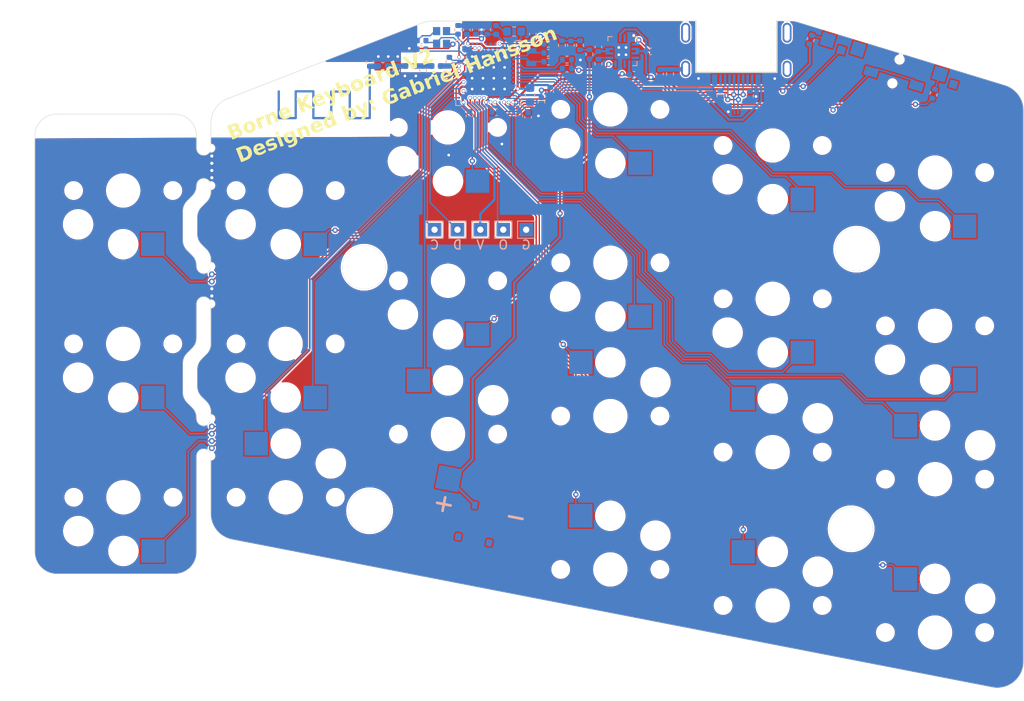
<source format=kicad_pcb>
(kicad_pcb (version 20221018) (generator pcbnew)
  (title_block (title "Borne Keyboard") (date "2023-07-16") (rev "V2") (company "Ergin") (comment 1 "Gabriel Hansson"))
  (layers (0 "F.Cu" mixed) (31 "B.Cu" mixed) (34 "B.Paste" user) (35 "F.Paste" user) (36 "B.SilkS" user "B.Silkscreen") (37 "F.SilkS" user "F.Silkscreen") (38 "B.Mask" user) (39 "F.Mask" user) (44 "Edge.Cuts" user))
  (net 0 "")
  (net 1 "VSS_PA")
  (net 2 "GND")
  (net 3 "VBAT")
  (net 4 "V_DDH")
  (net 5 "Net-(D2-K2)")
  (net 6 "VBUS")
  (net 7 "V_DD")
  (net 8 "Net-(C18-Pad2)")
  (net 9 "P_Charge_Speed_Control_2")
  (net 10 "P_Charge_Speed_Control_1")
  (net 11 "Net-(C19-Pad2)")
  (net 12 "Net-(AE1-A)")
  (net 13 "Net-(D2-A)")
  (net 14 "BAT_VOLT")
  (net 15 "Net-(D1-A)")
  (net 16 "RESET")
  (net 17 "K12")
  (net 18 "K11")
  (net 19 "K1")
  (net 20 "K10")
  (net 21 "K6")
  (net 22 "Net-(J1-CC1)")
  (net 24 "Net-(J1-CC2)")
  (net 26 "K17")
  (net 27 "K7")
  (net 28 "K8")
  (net 29 "K9")
  (net 30 "Net-(L1-Pad2)")
  (net 31 "K19")
  (net 32 "Net-(R1-Pad2)")
  (net 33 "K4")
  (net 34 "K5")
  (net 35 "K3")
  (net 36 "K2")
  (net 37 "K20")
  (net 38 "K16")
  (net 39 "K15")
  (net 40 "K14")
  (net 41 "K13")
  (net 42 "K21")
  (net 47 "GNDREF")
  (net 48 "K18")
  (net 73 "Net-(U3-TS)")
  (net 74 "Net-(U3-ISET)")
  (net 75 "Net-(U1-XL2{slash}P0.01)")
  (net 76 "Net-(U1-XL1{slash}P0.00)")
  (net 77 "Net-(U1-XC2)")
  (net 78 "Net-(U1-XC1)")
  (net 79 "Net-(U1-TRACEDATA0{slash}P1.00)")
  (net 80 "Net-(U1-SWDIO)")
  (net 81 "Net-(U1-SWDCLK)")
  (net 82 "Net-(U1-P0.15)")
  (net 83 "Net-(U1-DECUSB)")
  (net 84 "Net-(U1-DEC5)")
  (net 85 "Net-(U1-DEC4)")
  (net 86 "Net-(U1-DEC3)")
  (net 87 "Net-(U1-DEC1)")
  (net 88 "Net-(U1-DCCH)")
  (net 89 "Net-(U1-DCC)")
  (net 90 "Net-(U1-D-)")
  (net 91 "Net-(U1-D+)")
  (net 92 "Net-(U1-ANT)")
  (footprint "lib:pcb-way-single-mouse-bites-plated" (layer "F.Cu") (at 45.774745 69.967978 -90)
    (fp_text reference "mouse-bite-5mm-slot" hide)
    (fp_text value "VAL**" hide)
    (fp_arc (start 0 0) (mid 0.8 0.8) (end 0 1.6) (stroke (width 0.05)) (layer "Edge.Cuts"))
    (fp_arc (start 4.15 1.6) (mid 3.35 0.8) (end 4.15 0) (stroke (width 0.05)) (layer "Edge.Cuts"))
  )
  (footprint "lib:pcb-way-single-mouse-bites-plated" (layer "F.Cu") (at 45.774745 39.980978 -90)
    (fp_text reference "mouse-bite-5mm-slot" hide)
    (fp_text value "VAL**" hide)
    (fp_arc (start 0 0) (mid 0.8 0.8) (end 0 1.6) (stroke (width 0.05)) (layer "Edge.Cuts"))
    (fp_arc (start 4.15 1.6) (mid 3.35 0.8) (end 4.15 0) (stroke (width 0.05)) (layer "Edge.Cuts"))
  )
  (footprint "lib:2.4GHz-meander-antenna-left" (layer "F.Cu") (at 63.39 30.92)
    (fp_text reference locked "AE1")
    (fp_text value "Antenna" hide)
  )
  (footprint "lib:pcb-way-single-mouse-bites-plated" (layer "F.Cu") (at 45.774745 53.091978 -90)
    (fp_text reference "mouse-bite-5mm-slot" hide)
    (fp_text value "VAL**" hide)
    (fp_arc (start 0 0) (mid 0.8 0.8) (end 0 1.6) (stroke (width 0.05)) (layer "Edge.Cuts"))
    (fp_arc (start 4.15 1.6) (mid 3.35 0.8) (end 4.15 0) (stroke (width 0.05)) (layer "Edge.Cuts"))
  )
  (footprint "lib:Kailh_socket_PG1350" (layer "B.Cu") (at 54.07 44.68 180)
    (fp_text reference "SW2" hide)
    (fp_text value "CPG135001S30" hide)
  )
  (footprint "lib:Kailh_socket_PG1350" (layer "B.Cu") (at 36.075 78.69 180)
    (fp_text reference "SW13" hide)
    (fp_text value "CPG135001S30" hide)
  )
  (footprint "Resistor_SMD:R_0402_1005Metric" (layer "B.Cu") (at 86.69 28.57 90)
    (fp_text reference "R2" hide)
    (fp_text value "2M")
  )
  (footprint "Capacitor_SMD:C_0402_1005Metric" (layer "B.Cu") (at 82.42 34.87 90)
    (fp_text reference "C3" hide)
    (fp_text value "4.7uF")
  )
  (footprint "TestPoint:TestPoint_THTPad_1.5x1.5mm_Drill0.7mm" (layer "B.Cu") (at 80.73 49.02)
    (fp_text reference "TP5" hide)
    (fp_text value "GND")
  )
  (footprint "Capacitor_SMD:C_0402_1005Metric" (layer "B.Cu") (at 75.14 26.86 -90)
    (fp_text reference "C1" hide)
    (fp_text value "1uF")
  )
  (footprint "Capacitor_SMD:C_0402_1005Metric" (layer "B.Cu") (at 74.44 36.41 90)
    (fp_text reference "C6" hide)
    (fp_text value "4.7uF")
  )
  (footprint "lib:Kailh_socket_PG1350" (layer "B.Cu") (at 72.066 71.683)
    (fp_text reference "SW15" hide)
    (fp_text value "CPG135001S30" hide)
  )
  (footprint "Capacitor_SMD:C_0402_1005Metric" (layer "B.Cu") (at 94.51 29.25 180)
    (fp_text reference "C25" hide)
    (fp_text value "4.7uF")
  )
  (footprint "lib:Kailh_socket_PG1350" (layer "B.Cu") (at 54.07 78.69)
    (fp_text reference "SW14" hide)
    (fp_text value "CPG135001S30" hide)
  )
  (footprint "clipboard:cb50c767-9c7e-4e33-9f10-2a6feed7503c" (layer "B.Cu") (at 72.14 76.62 169)
    (fp_text reference "" hide)
    (fp_text value "" hide)
  )
  (footprint "TestPoint:TestPoint_THTPad_1.5x1.5mm_Drill0.7mm" (layer "B.Cu") (at 73.11 49.02)
    (fp_text reference "TP3" hide)
    (fp_text value "SWD")
  )
  (footprint "Resistor_SMD:R_0402_1005Metric" (layer "B.Cu") (at 84.69 28.57 -90)
    (fp_text reference "R3" hide)
    (fp_text value "10M")
  )
  (footprint "Inductor_SMD:L_0603_1608Metric" (layer "B.Cu") (at 79.4 27.05)
    (fp_text reference "L2" hide)
    (fp_text value "10uH")
  )
  (footprint "Capacitor_SMD:C_0402_1005Metric" (layer "B.Cu") (at 83.18 30.39 180)
    (fp_text reference "C15" hide)
    (fp_text value "15pF")
  )
  (footprint "Capacitor_SMD:C_0402_1005Metric" (layer "B.Cu") (at 85.69 28.57 90)
    (fp_text reference "C16" hide)
    (fp_text value "10nF")
  )
  (footprint "lib:Kailh_socket_PG1350" (layer "B.Cu") (at 126.064 93.683)
    (fp_text reference "SW21" hide)
    (fp_text value "CPG135001S30" hide)
  )
  (footprint "clipboard:cb50c767-9c7e-4e33-9f10-2a6feed7503c" (layer "B.Cu") (at 79.99 78.12 169)
    (fp_text reference "" hide)
    (fp_text value "" hide)
  )
  (footprint "TestPoint:TestPoint_THTPad_1.5x1.5mm_Drill0.7mm" (layer "B.Cu") (at 78.19 49.02)
    (fp_text reference "TP1" hide)
    (fp_text value "SWO")
  )
  (footprint "lib:ESDR0502NMUTAG" (layer "B.Cu") (at 104.215 35.695 90)
    (fp_text reference "U2" hide)
    (fp_text value "UDFN6-6_1.2x1.0mm_P0.4mm" hide)
  )
  (footprint "Capacitor_SMD:C_0402_1005Metric" (layer "B.Cu") (at 88.74 28.77 -90)
    (fp_text reference "C26" hide)
    (fp_text value "4.7uF")
  )
  (footprint "lib:LED-ARRAY-SMD_3P-L3.0-W2.0-L-FD" (layer "B.Cu") (at 115.755081 28.800013 163)
    (fp_text reference "D2" hide)
    (fp_text value "LED_Dual_KKA" hide)
  )
  (footprint "Capacitor_SMD:C_0402_1005Metric" (layer "B.Cu") (at 77.43 35.98 180)
    (fp_text reference "C7" hide)
    (fp_text value "1uF")
  )
  (footprint "lib:screw-hole" (layer "B.Cu") (at 63.37 80.183 -90)
    (fp_text reference "H2" hide)
    (fp_text value "MountingHole")
  )
  (footprint "Package_DFN_QFN:VQFN-16-1EP_3x3mm_P0.5mm_EP1.6x1.6mm" (layer "B.Cu") (at 91.4 29.22)
    (fp_text reference "U3" hide)
    (fp_text value "BQ24075RGT")
  )
  (footprint "lib:Kailh_socket_PG1350" (layer "B.Cu") (at 90.06 86.69)
    (fp_text reference "SW19" hide)
    (fp_text value "CPG135001S30" hide)
  )
  (footprint "Resistor_SMD:R_0402_1005Metric" (layer "B.Cu") (at 102.265 34.145 -90)
    (fp_text reference "R8" hide)
    (fp_text value "5.1k")
  )
  (footprint "lib:Kailh_socket_PG1350" (layer "B.Cu") (at 72.06 37.68 180)
    (fp_text reference "SW3" hide)
    (fp_text value "CPG135001S30" hide)
  )
  (footprint "Capacitor_SMD:C_0402_1005Metric" (layer "B.Cu") (at 83.4 33.72 90)
    (fp_text reference "C8" hide)
    (fp_text value "100nF")
  )
  (footprint "Capacitor_SMD:C_0402_1005Metric" (layer "B.Cu") (at 66.33 31.35 90)
    (fp_text reference "C18" hide)
    (fp_text value "N.C")
  )
  (footprint "Capacitor_SMD:C_0402_1005Metric" (layer "B.Cu") (at 69.14 28.05 180)
    (fp_text reference "C21" hide)
    (fp_text value "15pF")
  )
  (footprint "TestPoint:TestPoint_THTPad_1.5x1.5mm_Drill0.7mm" (layer "B.Cu") (at 75.65 49.02)
    (fp_text reference "TP4" hide)
    (fp_text value "3.3V")
  )
  (footprint "lib:Crystal_SMD_2016-4Pin_2.0x1.6mm" (layer "B.Cu") (at 71.35 27.7 90)
    (fp_text reference "Y2" hide)
    (fp_text value "32MHz")
  )
  (footprint "TestPoint:TestPoint_THTPad_1.5x1.5mm_Drill0.7mm" (layer "B.Cu") (at 70.57 49.02)
    (fp_text reference "TP2" hide)
    (fp_text value "SWC")
  )
  (footprint "Capacitor_SMD:C_0402_1005Metric" (layer "B.Cu") (at 69.3 31.35 90)
    (fp_text reference "C19" hide)
    (fp_text value "1.2pF")
  )
  (footprint "lib:Kailh_socket_PG1350" (layer "B.Cu") (at 36.05 44.678 180)
    (fp_text reference "SW1" hide)
    (fp_text value "CPG135001S30" hide)
  )
  (footprint "Capacitor_SMD:C_0402_1005Metric" (layer "B.Cu") (at 83.17 28.42)
    (fp_text reference "C14" hide)
    (fp_text value "100nF")
  )
  (footprint "lib:Kailh_socket_PG1350" (layer "B.Cu") (at 108.064 90.686)
    (fp_text reference "SW20" hide)
    (fp_text value "CPG135001S30" hide)
  )
  (footprint "lib:Molex_Pico-EZmate_78171-0002_1x02-1MP_P1.20mm_Vertical" (layer "B.Cu") (at 75.272394 81.530081 169)
    (fp_text reference "J2" hide)
    (fp_text value "Molex_781710002")
  )
  (footprint "Capacitor_SMD:C_0402_1005Metric" (layer "B.Cu") (at 73.18 26.86 90)
    (fp_text reference "C22" hide)
    (fp_text value "15pF")
  )
  (footprint "Inductor_SMD:L_0402_1005Metric" (layer "B.Cu") (at 77.4 26.87 90)
    (fp_text reference "L1" hide)
    (fp_text value "15nH")
  )
  (footprint "lib:Kailh_socket_PG1350" (layer "B.Cu") (at 126.067 59.682 180)
    (fp_text reference "SW12" hide)
    (fp_text value "CPG135001S30" hide)
  )
  (footprint "Capacitor_SMD:C_0402_1005Metric" (layer "B.Cu") (at 79.96 36.37 -90)
    (fp_text reference "C5" hide)
    (fp_text value "4.7uF")
  )
  (footprint "lib:USB-C-SMD_TYPE-C-31-M-13A-1" (layer "B.Cu") (at 104.036 29.7825)
    (fp_text reference "J1" hide)
    (fp_text value "USB_C_Receptacle_USB2.0" hide)
    (fp_line (start -4.499 -3.901) (end -4.499 1.801) (stroke (width 0.15)) (layer "Edge.Cuts"))
    (fp_line (start -4.499 1.801) (end 4.5 1.801) (stroke (width 0.15)) (layer "Edge.Cuts"))
    (fp_line (start 4.5 1.801) (end 4.5 -3.901) (stroke (width 0.15)) (layer "Edge.Cuts"))
  )
  (footprint "lib:Crystal_SMD_2012-2Pin_2.0x1.2mm" (layer "B.Cu") (at 81.31 29.89 -90)
    (fp_text reference "Y1" hide)
    (fp_text value "32.768 kHz")
  )
  (footprint "lib:Kailh_socket_PG1350" (layer "B.Cu") (at 126.066 76.682)
    (fp_text reference "SW18" hide)
    (fp_text value "CPG135001S30" hide)
  )
  (footprint "Resistor_SMD:R_0402_1005Metric" (layer "B.Cu") (at 125.91 33.96 -107)
    (fp_text reference "R5" hide)
    (fp_text value "1.5k")
  )
  (footprint "lib:Kailh_socket_PG1350" (layer "B.Cu") (at 108.067 56.682 180)
    (fp_text reference "SW11" hide)
    (fp_text value "CPG135001S30" hide)
  )
  (footprint "Inductor_SMD:L_0402_1005Metric" (layer "B.Cu") (at 67.85 30.87 180)
    (fp_text reference "L4" hide)
    (fp_text value "2.2nH")
  )
  (footprint "lib:Kailh_socket_PG1350" (layer "B.Cu") (at 54.06 61.68 180)
    (fp_text reference "SW8" hide)
    (fp_text value "CPG135001S30" hide)
  )
  (footprint "Capacitor_SMD:C_0402_1005Metric" (layer "B.Cu") (at 69.12 29)
    (fp_text reference "C12" hide)
    (fp_text value "100pF")
  )
  (footprint "Capacitor_SMD:C_0402_1005Metric" (layer "B.Cu") (at 63.39 30.42 -90)
    (fp_text reference "C17" hide)
    (fp_text value "1.5pF")
  )
  (footprint "Capacitor_SMD:C_0402_1005Metric" (layer "B.Cu") (at 83.18 29.41 180)
    (fp_text reference "C13" hide)
    (fp_text value "15pF")
  )
  (footprint "lib:Kailh_socket_PG1350" (layer "B.Cu") (at 90.067 52.683 180)
    (fp_text reference "SW10" hide)
    (fp_text value "CPG135001S30" hide)
  )
  (footprint "Capacitor_SMD:C_0402_1005Metric" (layer "B.Cu") (at 81.47 27.36 -90)
    (fp_text reference "C9" hide)
    (fp_text value "100nF")
  )
  (footprint "lib:Panasonic_EVQPUL_EVQPUC" (layer "B.Cu") (at 121.734434 31.475098 163)
    (fp_text reference "SW22" hide)
    (fp_text value "EVQPUC02K")
  )
  (footprint "lib:Kailh_socket_PG1350" (layer "B.Cu") (at 108.062 73.684)
    (fp_text reference "SW17" hide)
    (fp_text value "CPG135001S30" hide)
  )
  (footprint "Resistor_SMD:R_0402_1005Metric" (layer "B.Cu") (at 64.84 30.87 180)
    (fp_text reference "R4" hide)
    (fp_text value "0R")
  )
  (footprint "lib:Kailh_socket_PG1350" (layer "B.Cu") (at 90.066 35.685 180)
    (fp_text reference "SW4" hide)
    (fp_text value "CPG135001S30" hide)
  )
  (footprint "lib:Kailh_socket_PG1350" (layer "B.Cu") (at 90.066 69.687)
    (fp_text reference "SW16" hide)
    (fp_text value "CPG135001S30" hide)
  )
  (footprint "Inductor_SMD:L_0402_1005Metric" (layer "B.Cu") (at 70.75 30.87)
    (fp_text reference "L5" hide)
    (fp_text value "4.7nH")
  )
  (footprint "lib:LED-ARRAY-SMD_3P-L3.0-W2.0-L-FD" (layer "B.Cu") (at 128.192329 32.586309 163)
    (fp_text reference "D1" hide)
    (fp_text value "LED_Dual_KKA" hide)
  )
  (footprint "lib:Kailh_socket_PG1350" (layer "B.Cu") (at 72.068 54.681 180)
    (fp_text reference "SW9" hide)
    (fp_text value "CPG135001S30" hide)
  )
  (footprint "Inductor_SMD:L_0603_1608Metric" (layer "B.Cu") (at 81.16 34.09 -90)
    (fp_text reference "L3" hide)
    (fp_text value "10uH")
  )
  (footprint "Resistor_SMD:R_0402_1005Metric" (layer "B.Cu") (at 96.68 31.75 -90)
    (fp_text reference "R6" hide)
    (fp_text value "1M")
  )
  (footprint "Capacitor_SMD:C_0402_1005Metric" (layer "B.Cu") (at 71.7 31.91 180)
    (fp_text reference "C4" hide)
    (fp_text value "1nF")
  )
  (footprint "Resistor_SMD:R_0402_1005Metric" (layer "B.Cu") (at 85.25 31.15)
    (fp_text reference "R12" hide)
    (fp_text value "3.9k")
  )
  (footprint "lib:screw-hole" (layer "B.Cu") (at 117.37 51.183 -90)
    (fp_text reference "H3" hide)
    (fp_text value "MountingHole")
  )
  (footprint "lib:net-tie-2-tiny" (layer "B.Cu") (at 74.02 30.15)
    (fp_text reference "NT1" hide)
    (fp_text value "NetTie_2")
  )
  (footprint "Capacitor_SMD:C_0402_1005Metric" (layer "B.Cu") (at 80.94 36.545 -90)
    (fp_text reference "C11" hide)
    (fp_text value "4.7uF")
  )
  (footprint "Capacitor_SMD:C_0402_1005Metric" (layer "B.Cu") (at 92.69 31.845)
    (fp_text reference "C24" hide)
    (fp_text value "1uF")
  )
  (footprint "lib:Kailh_socket_PG1350" (layer "B.Cu") (at 36.05 61.68 180)
    (fp_text reference "SW7" hide)
    (fp_text value "CPG135001S30" hide)
  )
  (footprint "lib:screw-hole" (layer "B.Cu") (at 62.761 53.183 -90)
    (fp_text reference "H1" hide)
    (fp_text value "MountingHole")
  )
  (footprint "Capacitor_SMD:C_0402_1005Metric" (layer "B.Cu") (at 74.15 26.87 -90)
    (fp_text reference "C10" hide)
    (fp_text value "100nF")
  )
  (footprint "Capacitor_SMD:C_0402_1005Metric" (layer "B.Cu") (at 95.57 31.75 90)
    (fp_text reference "C23" hide)
    (fp_text value "100nF")
  )
  (footprint "Package_DFN_QFN:Nordic_AQFN-73-1EP_7x7mm_P0.5mm" (layer "B.Cu") (at 76.535 31.6425 180)
    (fp_text reference "U1" hide)
    (fp_text value "nRF52840")
  )
  (footprint "lib:Kailh_socket_PG1350" (layer "B.Cu") (at 126.066 42.684 180)
    (fp_text reference "SW6" hide)
    (fp_text value "CPG135001S30" hide)
  )
  (footprint "Resistor_SMD:R_0402_1005Metric" (layer "B.Cu") (at 105.54 34.2 -90)
    (fp_text reference "R7" hide)
    (fp_text value "5.1k")
  )
  (footprint "Resistor_SMD:R_0402_1005Metric" (layer "B.Cu") (at 112.27 27.95 -107)
    (fp_text reference "R11" hide)
    (fp_text value "10k")
  )
  (footprint "Resistor_SMD:R_0402_1005Metric" (layer "B.Cu") (at 85.25 30.16)
    (fp_text reference "R10" hide)
    (fp_text value "10k")
  )
  (footprint "Capacitor_SMD:C_0402_1005Metric" (layer "B.Cu") (at 72.21 30.39 -90)
    (fp_text reference "C20" hide)
    (fp_text value "1.0pF")
  )
  (footprint "Capacitor_SMD:C_0402_1005Metric" (layer "B.Cu") (at 76.41 26.86 -90)
    (fp_text reference "C2" hide)
    (fp_text value "47nF")
  )
  (footprint "lib:Kailh_socket_PG1350" (layer "B.Cu") (at 108.065 39.683165 180)
    (fp_text reference "SW5" hide)
    (fp_text value "CPG135001S30" hide)
  )
  (footprint "lib:screw-hole" (layer "B.Cu") (at 116.76 82.183 -90)
    (fp_text reference "H4" hide)
    (fp_text value "MountingHole")
  )
  (footprint "Resistor_SMD:R_0402_1005Metric" (layer "B.Cu") (at 88.74 30.62 -90)
    (fp_text reference "R9" hide)
    (fp_text value "10k")
  )
  (footprint "Resistor_SMD:R_0402_1005Metric" (layer "B.Cu") (at 87.74 29.57 90)
    (fp_text reference "R1" hide)
    (fp_text value "2M")
  )
  (gr_arc locked (start 43.133767 51.30795) (mid 42.787394 50.789092) (end 42.665772 50.177213) (stroke (width 0.05)) (layer "Edge.Cuts"))
  (gr_arc locked (start 41.753002 36.201735) (mid 43.464297 36.909574) (end 44.173877 38.620153) (stroke (width 0.05)) (layer "Edge.Cuts"))
  (gr_arc locked (start 44.174002 61.0071) (mid 44.052381 61.618979) (end 43.706007 62.137837) (stroke (width 0.05)) (layer "Edge.Cuts"))
  (gr_line locked (start 44.265765 66.390474) (end 44.266241 64.505126) (stroke (width 0.05)) (layer "Edge.Cuts"))
  (gr_arc locked (start 48.121243 83.356321) (mid 46.437002 82.354188) (end 45.774765 80.509636) (stroke (width 0.05)) (layer "Edge.Cuts"))
  (gr_arc locked (start 43.706479 51.882263) (mid 44.052859 52.401119) (end 44.174474 53.013) (stroke (width 0.05)) (layer "Edge.Cuts"))
  (gr_line locked (start 43.133767 51.30795) (end 43.706479 51.882263) (stroke (width 0.05)) (layer "Edge.Cuts"))
  (gr_line locked (start 44.175 74.118) (end 44.174875 84.751582) (stroke (width 0.05)) (layer "Edge.Cuts"))
  (gr_arc locked (start 133.810677 33.00934) (mid 135.295346 34.057407) (end 135.864765 35.783224) (stroke (width 0.05)) (layer "Edge.Cuts"))
  (gr_line locked (start 45.774467 52.350261) (end 45.774745 53.091978) (stroke (width 0.05)) (layer "Edge.Cuts"))
  (gr_line locked (start 28.684 87.17) (end 41.754 87.17) (stroke (width 0.05)) (layer "Edge.Cuts"))
  (gr_arc locked (start 45.774765 37.196124) (mid 46.281198 35.558764) (end 47.623671 34.493311) (stroke (width 0.05)) (layer "Edge.Cuts"))
  (gr_arc locked (start 42.666248 63.842387) (mid 42.787876 63.230513) (end 43.134243 62.71165) (stroke (width 0.05)) (layer "Edge.Cuts"))
  (gr_line locked (start 44.265765 49.514474) (end 44.266241 47.629126) (stroke (width 0.05)) (layer "Edge.Cuts"))
  (gr_arc locked (start 45.773995 61.669839) (mid 45.652361 62.28171) (end 45.306 62.800576) (stroke (width 0.05)) (layer "Edge.Cuts"))
  (gr_arc locked (start 44.266241 47.629126) (mid 44.387856 47.017244) (end 44.734236 46.498389) (stroke (width 0.05)) (layer "Edge.Cuts"))
  (gr_arc locked (start 44.73376 67.521211) (mid 44.387402 67.00235) (end 44.265765 66.390474) (stroke (width 0.05)) (layer "Edge.Cuts"))
  (gr_line locked (start 108.536 25.8815) (end 110.010619 25.883224) (stroke (width 0.05)) (layer "Edge.Cuts"))
  (gr_line locked (start 45.774745 39.980978) (end 45.774765 37.196124) (stroke (width 0.05)) (layer "Edge.Cuts"))
  (gr_line locked (start 135.864765 96.89947) (end 135.864765 35.783224) (stroke (width 0.05)) (layer "Edge.Cuts"))
  (gr_line locked (start 44.174474 69.889) (end 44.175 69.968) (stroke (width 0.05)) (layer "Edge.Cuts"))
  (gr_line locked (start 44.73376 50.645211) (end 45.306472 51.219524) (stroke (width 0.05)) (layer "Edge.Cuts"))
  (gr_arc locked (start 44.73376 50.645211) (mid 44.387402 50.12635) (end 44.265765 49.514474) (stroke (width 0.05)) (layer "Edge.Cuts"))
  (gr_arc locked (start 44.266241 64.505126) (mid 44.387856 63.893244) (end 44.734236 63.374389) (stroke (width 0.05)) (layer "Edge.Cuts"))
  (gr_line locked (start 44.174474 53.013) (end 44.175 53.092) (stroke (width 0.05)) (layer "Edge.Cuts"))
  (gr_arc locked (start 44.174875 84.751582) (mid 43.46531 86.462174) (end 41.754 87.17) (stroke (width 0.05)) (layer "Edge.Cuts"))
  (gr_arc locked (start 45.306472 68.095524) (mid 45.652866 68.614377) (end 45.774467 69.226261) (stroke (width 0.05)) (layer "Edge.Cuts"))
  (gr_line locked (start 26.263125 38.6226) (end 26.263125 84.751582) (stroke (width 0.05)) (layer "Edge.Cuts"))
  (gr_circle locked (center 116.760003 82.183224) (end 119.164765 82.183224) (stroke (width 0.05)) (fill none) (layer "Edge.Cuts"))
  (gr_line locked (start 44.174379 39.973618) (end 44.173877 38.620153) (stroke (width 0.05)) (layer "Edge.Cuts"))
  (gr_circle locked (center 117.369527 51.183224) (end 119.774289 51.183224) (stroke (width 0.05)) (fill none) (layer "Edge.Cuts"))
  (gr_circle locked (center 62.760527 53.183224) (end 65.165289 53.183224) (stroke (width 0.05)) (fill none) (layer "Edge.Cuts"))
  (gr_line locked (start 42.665772 67.053213) (end 42.666248 63.842387) (stroke (width 0.05)) (layer "Edge.Cuts"))
  (gr_arc locked (start 26.263506 38.62261) (mid 26.971335 36.911302) (end 28.681924 36.201735) (stroke (width 0.05)) (layer "Edge.Cuts"))
  (gr_line locked (start 69.256528 26.080411) (end 47.623671 34.493311) (stroke (width 0.05)) (layer "Edge.Cuts"))
  (gr_line locked (start 42.665772 50.177213) (end 42.666248 46.966387) (stroke (width 0.05)) (layer "Edge.Cuts"))
  (gr_arc locked (start 44.174745 44.130978) (mid 44.053091 44.743206) (end 43.706534 45.262361) (stroke (width 0.05)) (layer "Edge.Cuts"))
  (gr_line locked (start 28.681924 36.201735) (end 41.753002 36.201735) (stroke (width 0.05)) (layer "Edge.Cuts"))
  (gr_line locked (start 45.306 45.924576) (end 44.734236 46.498389) (stroke (width 0.05)) (layer "Edge.Cuts"))
  (gr_line locked (start 44.73376 67.521211) (end 45.306472 68.095524) (stroke (width 0.05)) (layer "Edge.Cuts"))
  (gr_arc locked (start 45.773995 44.793839) (mid 45.652361 45.40571) (end 45.306 45.924576) (stroke (width 0.05)) (layer "Edge.Cuts"))
  (gr_arc locked (start 69.256528 26.080411) (mid 69.772907 25.93295) (end 70.307622 25.883224) (stroke (width 0.05)) (layer "Edge.Cuts"))
  (gr_line locked (start 45.306 62.800576) (end 44.734236 63.374389) (stroke (width 0.05)) (layer "Edge.Cuts"))
  (gr_line locked (start 45.774745 74.117978) (end 45.775 80.51) (stroke (width 0.05)) (layer "Edge.Cuts"))
  (gr_arc locked (start 43.133767 68.18395) (mid 42.787394 67.665092) (end 42.665772 67.053213) (stroke (width 0.05)) (layer "Edge.Cuts"))
  (gr_arc locked (start 110.010619 25.883224) (mid 110.438251 25.91492) (end 110.856531 26.00934) (stroke (width 0.05)) (layer "Edge.Cuts"))
  (gr_line locked (start 43.134243 45.83565) (end 43.706007 45.261837) (stroke (width 0.05)) (layer "Edge.Cuts"))
  (gr_arc locked (start 135.864765 96.89947) (mid 134.809331 99.137245) (end 132.411243 99.746154) (stroke (width 0.05)) (layer "Edge.Cuts"))
  (gr_line locked (start 45.774745 44.130978) (end 45.773995 44.793839) (stroke (width 0.05)) (layer "Edge.Cuts"))
  (gr_arc locked (start 43.706479 68.758263) (mid 44.052859 69.277119) (end 44.174474 69.889) (stroke (width 0.05)) (layer "Edge.Cuts"))
  (gr_line locked (start 48.121243 83.356321) (end 132.411243 99.746154) (stroke (width 0.05)) (layer "Edge.Cuts"))
  (gr_line locked (start 45.774467 69.226261) (end 45.774745 69.967978) (stroke (width 0.05)) (layer "Edge.Cuts"))
  (gr_line locked (start 44.174528 57.2421) (end 44.174002 61.0071) (stroke (width 0.05)) (layer "Edge.Cuts"))
  (gr_line locked (start 45.774745 57.241978) (end 45.773995 61.669839) (stroke (width 0.05)) (layer "Edge.Cuts"))
  (gr_arc locked (start 42.666248 46.966387) (mid 42.787876 46.354513) (end 43.134243 45.83565) (stroke (width 0.05)) (layer "Edge.Cuts"))
  (gr_arc locked (start 28.684 87.17) (mid 26.972693 86.462171) (end 26.263125 84.751582) (stroke (width 0.05)) (layer "Edge.Cuts"))
  (gr_line locked (start 43.133767 68.18395) (end 43.706479 68.758263) (stroke (width 0.05)) (layer "Edge.Cuts"))
  (gr_line locked (start 133.810677 33.00934) (end 110.856531 26.00934) (stroke (width 0.05)) (layer "Edge.Cuts"))
  (gr_circle locked (center 63.369527 80.183224) (end 65.774289 80.183224) (stroke (width 0.05)) (fill none) (layer "Edge.Cuts"))
  (gr_line locked (start 99.537 25.8815) (end 70.307622 25.883224) (stroke (width 0.05)) (layer "Edge.Cuts"))
  (gr_arc locked (start 45.306472 51.219524) (mid 45.652866 51.738377) (end 45.774467 52.350261) (stroke (width 0.05)) (layer "Edge.Cuts"))
  (gr_line locked (start 43.134243 62.71165) (end 43.706007 62.137837) (stroke (width 0.05)) (layer "Edge.Cuts"))
  (gr_text "V" (at 75.65 50.12) (layer "B.SilkS") (effects (font (size 1 1)) (justify top mirror)))
  (gr_text "D" (at 73.11 50.12) (layer "B.SilkS") (effects (font (size 1 1)) (justify top mirror)))
  (gr_text "-" (at 78.360483 79.664629 169) (layer "B.SilkS") (effects (font (size 2 2) (thickness 0.3) bold) (justify left bottom mirror)))
  (gr_text "C" (at 70.57 50.12) (layer "B.SilkS") (effects (font (size 1 1)) (justify top mirror)))
  (gr_text "+" (at 70.39 78.17 169) (layer "B.SilkS") (effects (font (size 2 2) (thickness 0.3) bold) (justify left bottom mirror)))
  (gr_text "O" (at 78.19 50.12) (layer "B.SilkS") (effects (font (size 1 1)) (justify top mirror)))
  (gr_text "G" (at 80.73 50.12) (layer "B.SilkS") (effects (font (size 1 1)) (justify top mirror)))
  (gr_text "Borne Keyboard V2\nDesigned by: Gabriel Hansson" (at 49.04 41.87 21.3) (layer "F.SilkS") (effects (font (size 1.6 1.6) (thickness 0.3) bold) (justify left bottom)))
  (segment locked (start 73.685 30.2425) (end 72.5425 30.2425) (width 0.15) (layer "B.Cu") (net 1))
  (segment locked (start 72.5425 30.2425) (end 72.21 29.91) (width 0.15) (layer "B.Cu") (net 1))
  (segment locked (start 73.785 30.1425) (end 73.685 30.2425) (width 0.15) (layer "B.Cu") (net 1))
  (segment (start 67.77 28.92) (end 72.12 28.92) (width 0.15) (layer "F.Cu") (net 2))
  (segment (start 99.86 32.27) (end 108.29 32.27) (width 0.5) (layer "F.Cu") (net 2))
  (segment (start 72.12 28.92) (end 72.59 28.45) (width 0.15) (layer "F.Cu") (net 2))
  (segment (start 99.84 32.25) (end 99.86 32.27) (width 0.5) (layer "F.Cu") (net 2))
  (via (at 99.84 32.25) (size 0.6) (drill 0.3) (layers "F.Cu" "B.Cu") (net 2))
  (via (at 91.8 29.62) (size 0.6) (drill 0.3) (layers "F.Cu" "B.Cu") (net 2))
  (via locked (at 67.29 31.97) (size 0.6) (drill 0.3) (layers "F.Cu" "B.Cu") (net 2))
  (via (at 108.29 32.27) (size 0.6) (drill 0.3) (layers "F.Cu" "B.Cu") (net 2))
  (via locked (at 74.740669 33.425139) (size 0.6) (drill 0.3) (layers "F.Cu" "B.Cu") (net 2))
  (via locked (at 75.940669 32.225139) (size 0.6) (drill 0.3) (layers "F.Cu" "B.Cu") (net 2))
  (via (at 75.775079 26.837768) (size 0.6) (drill 0.3) (layers "F.Cu" "B.Cu") (net 2))
  (via locked (at 65.44 29.82) (size 0.6) (drill 0.3) (layers "F.Cu" "B.Cu") (net 2))
  (via (at 67.77 28.92) (size 0.6) (drill 0.3) (layers "F.Cu" "B.Cu") (net 2))
  (via locked (at 74.740669 32.225139) (size 0.6) (drill 0.3) (layers "F.Cu" "B.Cu") (net 2))
  (via (at 72.14 40.75) (size 0.6) (drill 0.3) (layers "F.Cu" "B.Cu") (net 2))
  (via locked (at 77.140669 31.025139) (size 0.6) (drill 0.3) (layers "F.Cu" "B.Cu") (net 2))
  (via (at 86.74 30.2) (size 0.6) (drill 0.3) (layers "F.Cu" "B.Cu") (net 2))
  (via locked (at 70.34 31.92) (size 0.6) (drill 0.3) (layers "F.Cu" "B.Cu") (net 2))
  (via locked (at 78.340669 29.825139) (size 0.6) (drill 0.3) (layers "F.Cu" "B.Cu") (net 2))
  (via (at 82.09 36.4) (size 0.6) (drill 0.3) (layers "F.Cu" "B.Cu") (net 2))
  (via (at 91 29.62) (size 0.6) (drill 0.3) (layers "F.Cu" "B.Cu") (net 2))
  (via locked (at 77.140669 33.425139) (size 0.6) (drill 0.3) (layers "F.Cu" "B.Cu") (net 2))
  (via locked (at 75.940669 33.425139) (size 0.6) (drill 0.3) (layers "F.Cu" "B.Cu") (net 2))
  (via locked (at 74.740669 29.825139) (size 0.6) (drill 0.3) (layers "F.Cu" "B.Cu") (net 2))
  (via locked (at 77.140669 32.225139) (size 0.6) (drill 0.3) (layers "F.Cu" "B.Cu") (net 2))
  (via locked (at 78.340669 32.225139) (size 0.6) (drill 0.3) (layers "F.Cu" "B.Cu") (net 2))
  (via locked (at 68.49 31.97) (size 0.6) (drill 0.3) (layers "F.Cu" "B.Cu") (net 2))
  (via locked (at 78.340669 33.425139) (size 0.6) (drill 0.3) (layers "F.Cu" "B.Cu") (net 2))
  (via (at 72.59 28.45) (size 0.6) (drill 0.3) (layers "F.Cu" "B.Cu") (net 2))
  (via locked (at 92.65 27.47) (size 0.6) (drill 0.3) (layers "F.Cu" "B.Cu") (net 2))
  (via (at 106.2155 34.25) (size 0.6) (drill 0.3) (layers "F.Cu" "B.Cu") (net 2))
  (via (at 103.14 35.9445) (size 0.6) (drill 0.3) (layers "F.Cu" "B.Cu") (net 2))
  (via locked (at 77.140669 29.825139) (size 0.6) (drill 0.3) (layers "F.Cu" "B.Cu") (net 2))
  (via locked (at 78.340669 31.025139) (size 0.6) (drill 0.3) (layers "F.Cu" "B.Cu") (net 2))
  (via locked (at 75.940669 29.825139) (size 0.6) (drill 0.3) (layers "F.Cu" "B.Cu") (net 2))
  (via locked (at 75.940669 31.025139) (size 0.6) (drill 0.3) (layers "F.Cu" "B.Cu") (net 2))
  (via locked (at 64.34 29.82) (size 0.6) (drill 0.3) (layers "F.Cu" "B.Cu") (net 2))
  (via locked (at 74.740669 31.025139) (size 0.6) (drill 0.3) (layers "F.Cu" "B.Cu") (net 2))
  (via locked (at 91 28.82) (size 0.6) (drill 0.3) (layers "F.Cu" "B.Cu") (net 2))
  (via locked (at 91.8 28.82) (size 0.6) (drill 0.3) (layers "F.Cu" "B.Cu") (net 2))
  (via locked (at 66.49 29.82) (size 0.6) (drill 0.3) (layers "F.Cu" "B.Cu") (net 2))
  (via locked (at 78.04 39.52) (size 0.6) (drill 0.3) (layers "F.Cu" "B.Cu") (net 2))
  (segment (start 106.2155 34.25) (end 105.995008 34.25) (width 0.15) (layer "B.Cu") (net 2))
  (segment locked (start 74.15 26.39) (end 73.19 26.39) (width 0.5) (layer "B.Cu") (net 2))
  (segment locked (start 92.15 27.7825) (end 92.3375 27.7825) (width 0.15) (layer "B.Cu") (net 2))
  (segment (start 86.74 30.1) (end 86.74 30.2) (width 0.15) (layer "B.Cu") (net 2))
  (segment (start 102.265 35.0695) (end 102.265 34.655) (width 0.15) (layer "B.Cu") (net 2))
  (segment (start 100.6835 32.27) (end 100.7035 32.25) (width 0.5) (layer "B.Cu") (net 2))
  (segment (start 108.29 32.27) (end 107.3485 32.27) (width 0.5) (layer "B.Cu") (net 2))
  (segment (start 76.41 26.38) (end 76.232847 26.38) (width 0.15) (layer "B.Cu") (net 2))
  (segment (start 70.6 27) (end 70.085 27.515) (width 0.15) (layer "B.Cu") (net 2))
  (segment (start 105.615008 34.63) (end 105.615008 34.634992) (width 0.15) (layer "B.Cu") (net 2))
  (segment locked (start 92.3375 27.7825) (end 92.65 27.47) (width 0.15) (layer "B.Cu") (net 2))
  (segment (start 99.84 32.25) (end 99.27 32.82) (width 0.5) (layer "B.Cu") (net 2))
  (segment (start 100.7035 32.25) (end 100.836 32.3825) (width 0.5) (layer "B.Cu") (net 2))
  (segment (start 71.95 28.45) (end 71.9 28.4) (width 0.15) (layer "B.Cu") (net 2))
  (segment (start 99.27 32.82) (end 97.87 32.82) (width 0.5) (layer "B.Cu") (net 2))
  (segment (start 103.14 35.9445) (end 103.14 36.115002) (width 0.15) (layer "B.Cu") (net 2))
  (segment locked (start 123.875033 31.758427) (end 119.801362 30.51298) (width 0.15) (layer "B.Cu") (net 2))
  (segment (start 105.615008 34.634992) (end 105.54 34.71) (width 0.15) (layer "B.Cu") (net 2))
  (segment (start 69.195 27.515) (end 68.66 28.05) (width 0.15) (layer "B.Cu") (net 2))
  (segment (start 107.3485 32.27) (end 107.236 32.3825) (width 0.5) (layer "B.Cu") (net 2))
  (segment (start 103.14 36.115002) (end 103.479998 36.455) (width 0.15) (layer "B.Cu") (net 2))
  (segment locked (start 124.49325 31.429715) (end 123.875033 31.758427) (width 0.15) (layer "B.Cu") (net 2))
  (segment (start 105.995008 34.25) (end 105.615008 34.63) (width 0.15) (layer "B.Cu") (net 2))
  (segment (start 97.31 32.26) (end 96.68 32.26) (width 0.5) (layer "B.Cu") (net 2))
  (segment (start 104.54 36.455) (end 104.614998 36.380002) (width 0.15) (layer "B.Cu") (net 2))
  (segment locked (start 90.65 28.47) (end 91.4 29.22) (width 0.25) (layer "B.Cu") (net 2))
  (segment (start 99.86 32.27) (end 100.6835 32.27) (width 0.5) (layer "B.Cu") (net 2))
  (segment locked (start 74.16 26.38) (end 74.15 26.39) (width 0.5) (layer "B.Cu") (net 2))
  (segment (start 97.87 32.82) (end 97.31 32.26) (width 0.5) (layer "B.Cu") (net 2))
  (segment locked (start 91 28.82) (end 90.65 28.47) (width 0.25) (layer "B.Cu") (net 2))
  (segment (start 104.614998 36.380002) (end 104.614998 36.020001) (width 0.15) (layer "B.Cu") (net 2))
  (segment (start 72.59 28.45) (end 71.95 28.45) (width 0.15) (layer "B.Cu") (net 2))
  (segment locked (start 89.9625 28.47) (end 90.65 28.47) (width 0.25) (layer "B.Cu") (net 2))
  (segment (start 96.68 32.26) (end 95.6 32.26) (width 0.5) (layer "B.Cu") (net 2))
  (segment locked (start 75.14 26.38) (end 74.16 26.38) (width 0.5) (layer "B.Cu") (net 2))
  (segment locked (start 119.801362 30.51298) (end 119.47265 29.894763) (width 0.15) (layer "B.Cu") (net 2))
  (segment (start 70.8 27) (end 70.6 27) (width 0.15) (layer "B.Cu") (net 2))
  (segment locked (start 78.035 28.8925) (end 78.035 30.1425) (width 0.15) (layer "B.Cu") (net 2))
  (segment (start 95.6 32.26) (end 95.57 32.23) (width 0.5) (layer "B.Cu") (net 2))
  (segment locked (start 78.035 30.1425) (end 76.535 31.6425) (width 0.15) (layer "B.Cu") (net 2))
  (segment (start 85.69 29.05) (end 86.74 30.1) (width 0.15) (layer "B.Cu") (net 2))
  (segment (start 103.479998 36.455) (end 104.54 36.455) (width 0.15) (layer "B.Cu") (net 2))
  (segment locked (start 90.65 28.47) (end 90.65 27.7825) (width 0.25) (layer "B.Cu") (net 2))
  (segment (start 103.14 35.9445) (end 102.265 35.0695) (width 0.15) (layer "B.Cu") (net 2))
  (segment (start 70.085 27.515) (end 69.195 27.515) (width 0.15) (layer "B.Cu") (net 2))
  (segment (start 99.84 32.25) (end 99.86 32.27) (width 0.5) (layer "B.Cu") (net 2))
  (segment locked (start 84.49 43.92) (end 87.74 40.67) (width 0.25) (layer "F.Cu") (net 3))
  (segment locked (start 87.74 40.67) (end 87.74 34.27) (width 0.25) (layer "F.Cu") (net 3))
  (segment locked (start 84.49 47.22) (end 84.49 43.92) (width 0.25) (layer "F.Cu") (net 3))
  (via (at 87.74 34.27) (size 0.6) (drill 0.3) (layers "F.Cu" "B.Cu") (net 3))
  (via locked (at 84.49 47.22) (size 0.6) (drill 0.3) (layers "F.Cu" "B.Cu") (net 3))
  (segment locked (start 89.7125 29.22) (end 89.9625 28.97) (width 0.25) (layer "B.Cu") (net 3))
  (segment locked (start 75.095046 79.575045) (end 72.14 76.62) (width 0.25) (layer "B.Cu") (net 3))
  (segment locked (start 72.14 76.62) (end 72.64 76.62) (width 0.25) (layer "B.Cu") (net 3))
  (segment locked (start 84.49 49.82) (end 84.49 47.22) (width 0.25) (layer "B.Cu") (net 3))
  (segment locked (start 79.39 60.97) (end 79.39 54.92) (width 0.25) (layer "B.Cu") (net 3))
  (segment (start 87.74 30.17) (end 88.66 29.25) (width 0.25) (layer "B.Cu") (net 3))
  (segment (start 87.74 34.27) (end 87.74 30.17) (width 0.25) (layer "B.Cu") (net 3))
  (segment locked (start 72.64 76.62) (end 74.79 74.47) (width 0.25) (layer "B.Cu") (net 3))
  (segment locked (start 75.041185 79.575045) (end 75.095046 79.575045) (width 0.25) (layer "B.Cu") (net 3))
  (segment locked (start 84.465 49.845) (end 84.49 49.82) (width 0.25) (layer "B.Cu") (net 3))
  (segment (start 88.89 29.22) (end 89.7125 29.22) (width 0.25) (layer "B.Cu") (net 3))
  (segment locked (start 74.79 74.47) (end 74.79 65.57) (width 0.25) (layer "B.Cu") (net 3))
  (segment (start 89.7125 29.22) (end 89.9625 29.47) (width 0.25) (layer "B.Cu") (net 3))
  (segment (start 88.66 29.25) (end 88.74 29.25) (width 0.25) (layer "B.Cu") (net 3))
  (segment locked (start 74.79 65.57) (end 79.39 60.97) (width 0.25) (layer "B.Cu") (net 3))
  (segment (start 88.86 29.25) (end 88.89 29.22) (width 0.25) (layer "B.Cu") (net 3))
  (segment locked (start 79.39 54.92) (end 84.465 49.845) (width 0.25) (layer "B.Cu") (net 3))
  (segment (start 94.565 32.1355) (end 94.3905 32.31) (width 0.25) (layer "F.Cu") (net 4))
  (segment (start 84.505026 32.31) (end 83.260526 33.5545) (width 0.25) (layer "F.Cu") (net 4))
  (segment (start 94.565 32.1355) (end 94.7395 32.31) (width 0.25) (layer "F.Cu") (net 4))
  (segment (start 97.445025 33.45) (end 108.9855 33.45) (width 0.25) (layer "F.Cu") (net 4))
  (segment (start 94.7395 32.31) (end 96.305026 32.31) (width 0.25) (layer "F.Cu") (net 4))
  (segment (start 96.305026 32.31) (end 97.445025 33.45) (width 0.25) (layer "F.Cu") (net 4))
  (segment locked (start 83.260526 33.5545) (end 82.43 33.5545) (width 0.25) (layer "F.Cu") (net 4))
  (segment (start 94.3905 32.31) (end 84.505026 32.31) (width 0.25) (layer "F.Cu") (net 4))
  (segment (start 108.9855 33.45) (end 109.18 33.6445) (width 0.25) (layer "F.Cu") (net 4))
  (via (at 94.565 32.1355) (size 0.6) (drill 0.3) (layers "F.Cu" "B.Cu") (net 4))
  (via locked (at 82.43 33.5545) (size 0.6) (drill 0.3) (layers "F.Cu" "B.Cu") (net 4))
  (via (at 109.18 33.6445) (size 0.6) (drill 0.3) (layers "F.Cu" "B.Cu") (net 4))
  (segment locked (start 91.15 27.367703) (end 91.687703 26.83) (width 0.25) (layer "B.Cu") (net 4))
  (segment locked (start 112.2 28.516825) (end 112.12089 28.437715) (width 0.25) (layer "B.Cu") (net 4))
  (segment locked (start 82.42 34.17) (end 82.344233 34.094233) (width 0.25) (layer "B.Cu") (net 4))
  (segment locked (start 91.15 27.7825) (end 91.15 27.367703) (width 0.25) (layer "B.Cu") (net 4))
  (segment locked (start 82.42 33.5645) (end 82.42 34.39) (width 0.25) (layer "B.Cu") (net 4))
  (segment locked (start 79.485 33.8425) (end 79.682069 33.8425) (width 0.15) (layer "B.Cu") (net 4))
  (segment locked (start 79.682069 33.8425) (end 79.933802 34.094233) (width 0.15) (layer "B.Cu") (net 4))
  (segment (start 93.0875 29.22) (end 92.8375 29.47) (width 0.25) (layer "B.Cu") (net 4))
  (segment locked (start 82.42 34.39) (end 82.42 34.17) (width 0.25) (layer "B.Cu") (net 4))
  (segment locked (start 93.0875 29.22) (end 92.8375 28.97) (width 0.25) (layer "B.Cu") (net 4))
  (segment locked (start 92.868673 26.83) (end 94.02 27.981327) (width 0.25) (layer "B.Cu") (net 4))
  (segment (start 109.18 33.64) (end 112.2 30.62) (width 0.25) (layer "B.Cu") (net 4))
  (segment (start 94.565 32.1355) (end 94.03 31.6005) (width 0.25) (layer "B.Cu") (net 4))
  (segment locked (start 82.344233 34.094233) (end 80.004512 34.094233) (width 0.25) (layer "B.Cu") (net 4))
  (segment (start 94.02 29.22) (end 93.0875 29.22) (width 0.25) (layer "B.Cu") (net 4))
  (segment (start 109.18 33.6445) (end 109.18 33.64) (width 0.25) (layer "B.Cu") (net 4))
  (segment (start 94.03 31.6005) (end 94.03 29.25) (width 0.25) (layer "B.Cu") (net 4))
  (segment locked (start 79.285 33.6425) (end 79.485 33.8425) (width 0.15) (layer "B.Cu") (net 4))
  (segment locked (start 79.933802 34.094233) (end 80.004512 34.094233) (width 0.15) (layer "B.Cu") (net 4))
  (segment locked (start 91.687703 26.83) (end 92.868673 26.83) (width 0.25) (layer "B.Cu") (net 4))
  (segment locked (start 94.02 27.981327) (end 94.02 29.22) (width 0.25) (layer "B.Cu") (net 4))
  (segment locked (start 112.2 30.62) (end 112.2 28.516825) (width 0.25) (layer "B.Cu") (net 4))
  (segment locked (start 82.43 33.5545) (end 82.42 33.5645) (width 0.25) (layer "B.Cu") (net 4))
  (segment locked (start 93.218103 27.991897) (end 93.221897 27.991897) (width 0.15) (layer "F.Cu") (net 5))
  (segment (start 95.155 31.96) (end 96.45 31.96) (width 0.15) (layer "F.Cu") (net 5))
  (segment (start 96.45 31.96) (end 97.59 33.1) (width 0.15) (layer "F.Cu") (net 5))
  (segment (start 94.67 31.475) (end 95.155 31.96) (width 0.15) (layer "F.Cu") (net 5))
  (segment (start 97.59 33.1) (end 111.42 33.1) (width 0.15) (layer "F.Cu") (net 5))
  (segment (start 111.42 33.1) (end 111.441234 33.121234) (width 0.15) (layer "F.Cu") (net 5))
  (segment locked (start 93.221897 27.991897) (end 94.67 29.44) (width 0.15) (layer "F.Cu") (net 5))
  (segment (start 94.67 29.44) (end 94.67 31.475) (width 0.15) (layer "F.Cu") (net 5))
  (via (at 111.441234 33.121234) (size 0.6) (drill 0.3) (layers "F.Cu" "B.Cu") (net 5))
  (via locked (at 93.218103 27.991897) (size 0.6) (drill 0.3) (layers "F.Cu" "B.Cu") (net 5))
  (segment (start 111.441234 33.121234) (end 111.650302 33.121234) (width 0.15) (layer "B.Cu") (net 5))
  (segment (start 111.650302 33.121234) (end 113.8875 30.884036) (width 0.15) (layer "B.Cu") (net 5))
  (segment locked (start 93.218103 27.991897) (end 92.8375 28.3725) (width 0.15) (layer "B.Cu") (net 5))
  (segment locked (start 92.8375 28.3725) (end 92.8375 28.47) (width 0.15) (layer "B.Cu") (net 5))
  (segment (start 113.8875 30.884036) (end 113.955768 30.815768) (width 0.15) (layer "B.Cu") (net 5))
  (segment locked (start 113.955768 30.815768) (end 115.659768 29.111768) (width 0.15) (layer "B.Cu") (net 5))
  (segment locked (start 80 34.18) (end 79.29 34.89) (width 0.25) (layer "F.Cu") (net 6))
  (segment locked (start 91.1905 31.91) (end 82.27 31.91) (width 0.25) (layer "F.Cu") (net 6))
  (segment locked (start 82.27 31.91) (end 80 34.18) (width 0.25) (layer "F.Cu") (net 6))
  (segment (start 91.365 31.7355) (end 91.1905 31.91) (width 0.25) (layer "F.Cu") (net 6))
  (via locked (at 79.29 34.9) (size 0.4) (drill 0.3) (layers "F.Cu" "B.Cu") (net 6))
  (via (at 91.365 31.7355) (size 0.6) (drill 0.3) (layers "F.Cu" "B.Cu") (net 6))
  (segment (start 104.745 36.82) (end 106.18 35.384999) (width 0.25) (layer "B.Cu") (net 6))
  (segment (start 106.6405 34.924499) (end 106.79 34.774999) (width 0.25) (layer "B.Cu") (net 6))
  (segment (start 106.79 34.774999) (end 106.79 33.2575) (width 0.25) (layer "B.Cu") (net 6))
  (segment locked (start 79.96 35.58) (end 79.96 35.89) (width 0.25) (layer "B.Cu") (net 6))
  (segment (start 104.614998 35.369999) (end 106.195 35.369999) (width 0.25) (layer "B.Cu") (net 6))
  (segment (start 97.08 33.345) (end 99.727327 33.345) (width 0.25) (layer "B.Cu") (net 6))
  (segment (start 92.21 31.845) (end 92.15 31.785) (width 0.25) (layer "B.Cu") (net 6))
  (segment (start 106.79 33.2575) (end 106.436 32.9035) (width 0.25) (layer "B.Cu") (net 6))
  (segment (start 106.436 35.128999) (end 106.6405 34.924499) (width 0.25) (layer "B.Cu") (net 6))
  (segment locked (start 79.29 34.91) (end 79.96 35.58) (width 0.25) (layer "B.Cu") (net 6))
  (segment (start 101.636 33.0325) (end 101.3235 33.345) (width 0.25) (layer "B.Cu") (net 6))
  (segment (start 91.4745 31.845) (end 92.21 31.845) (width 0.25) (layer "B.Cu") (net 6))
  (segment (start 101.3235 33.345) (end 97.08 33.345) (width 0.25) (layer "B.Cu") (net 6))
  (segment (start 103.202327 36.82) (end 104.745 36.82) (width 0.25) (layer "B.Cu") (net 6))
  (segment (start 106.436 32.9035) (end 106.436 32.3825) (width 0.25) (layer "B.Cu") (net 6))
  (segment (start 92.21 31.845) (end 93.71 33.345) (width 0.25) (layer "B.Cu") (net 6))
  (segment (start 91.365 31.7355) (end 91.4745 31.845) (width 0.25) (layer "B.Cu") (net 6))
  (segment (start 92.15 31.785) (end 92.15 30.6575) (width 0.25) (layer "B.Cu") (net 6))
  (segment (start 106.18 35.384999) (end 106.436 35.128999) (width 0.25) (layer "B.Cu") (net 6))
  (segment (start 106.195 35.369999) (end 106.436 35.128999) (width 0.25) (layer "B.Cu") (net 6))
  (segment (start 101.636 32.3825) (end 101.636 33.0325) (width 0.25) (layer "B.Cu") (net 6))
  (segment (start 93.71 33.345) (end 97.08 33.345) (width 0.25) (layer "B.Cu") (net 6))
  (segment (start 99.727327 33.345) (end 103.202327 36.82) (width 0.25) (layer "B.Cu") (net 6))
  (segment locked (start 76.178842 32.850139) (end 76.54 33.211297) (width 0.25) (layer "F.Cu") (net 7))
  (segment locked (start 73.785 34.8925) (end 73.696934 34.804434) (width 0.25) (layer "F.Cu") (net 7))
  (segment locked (start 73.586977 33.170043) (end 74.019957 33.170043) (width 0.25) (layer "F.Cu") (net 7))
  (segment locked (start 74.339861 32.850139) (end 76.178842 32.850139) (width 0.25) (layer "F.Cu") (net 7))
  (segment locked (start 75.736752 28.415) (end 74.3075 28.415) (width 0.25) (layer "F.Cu") (net 7))
  (segment locked (start 78.895638 34.28) (end 76.741041 34.28) (width 0.25) (layer "F.Cu") (net 7))
  (segment locked (start 74.3075 28.415) (end 74.285 28.3925) (width 0.25) (layer "F.Cu") (net 7))
  (segment locked (start 73.308729 33.448291) (end 73.586977 33.170043) (width 0.25) (layer "F.Cu") (net 7))
  (segment locked (start 76.215954 28.894202) (end 75.736752 28.415) (width 0.25) (layer "F.Cu") (net 7))
  (segment locked (start 76.28 34.89) (end 76.28 34.741041) (width 0.15) (layer "F.Cu") (net 7))
  (segment locked (start 76.28 34.741041) (end 76.741041 34.28) (width 0.15) (layer "F.Cu") (net 7))
  (segment locked (start 79.784018 28.891518) (end 79.781334 28.894202) (width 0.25) (layer "F.Cu") (net 7))
  (segment locked (start 76.54 33.211297) (end 76.54 34.078959) (width 0.25) (layer "F.Cu") (net 7))
  (segment locked (start 79.785039 33.390599) (end 78.895638 34.28) (width 0.25) (layer "F.Cu") (net 7))
  (segment locked (start 73.308729 33.890262) (end 73.308729 33.448291) (width 0.25) (layer "F.Cu") (net 7))
  (segment locked (start 74.019957 33.170043) (end 74.339861 32.850139) (width 0.25) (layer "F.Cu") (net 7))
  (segment locked (start 79.785039 33.390599) (end 79.78 33.38556) (width 0.25) (layer "F.Cu") (net 7))
  (segment locked (start 79.781334 28.894202) (end 76.215954 28.894202) (width 0.25) (layer "F.Cu") (net 7))
  (segment locked (start 73.696934 34.278467) (end 73.308729 33.890262) (width 0.25) (layer "F.Cu") (net 7))
  (segment locked (start 73.696934 34.804434) (end 73.696934 34.278467) (width 0.25) (layer "F.Cu") (net 7))
  (segment locked (start 76.54 34.078959) (end 76.741041 34.28) (width 0.25) (layer "F.Cu") (net 7))
  (segment locked (start 79.78 33.38556) (end 79.78 28.91) (width 0.25) (layer "F.Cu") (net 7))
  (via locked (at 73.785 34.8925) (size 0.4) (drill 0.3) (layers "F.Cu" "B.Cu") (net 7))
  (via locked (at 79.785039 33.390599) (size 0.4) (drill 0.3) (layers "F.Cu" "B.Cu") (net 7))
  (via locked (at 79.784018 28.891518) (size 0.4) (drill 0.3) (layers "F.Cu" "B.Cu") (net 7))
  (via locked (at 76.286646 34.892556) (size 0.4) (drill 0.3) (layers "F.Cu" "B.Cu") (net 7))
  (via locked (at 74.285 28.3925) (size 0.4) (drill 0.3) (layers "F.Cu" "B.Cu") (net 7))
  (segment locked (start 73.785 35.275) (end 74.44 35.93) (width 0.25) (layer "B.Cu") (net 7))
  (segment locked (start 74.44 35.93) (end 75.13 36.62) (width 0.25) (layer "B.Cu") (net 7))
  (segment locked (start 81.4825 32.98) (end 81.16 33.3025) (width 0.25) (layer "B.Cu") (net 7))
  (segment locked (start 80.785 33.3675) (end 79.81 33.3675) (width 0.25) (layer "B.Cu") (net 7))
  (segment locked (start 76.285 35.069276) (end 76.285 34.8925) (width 0.25) (layer "B.Cu") (net 7))
  (segment locked (start 79.784018 28.891518) (end 80.605536 28.07) (width 0.25) (layer "B.Cu") (net 7))
  (segment locked (start 77.21 45.7) (end 75.64 47.27) (width 0.25) (layer "B.Cu") (net 7))
  (segment locked (start 77.21 42.08) (end 77.21 45.7) (width 0.25) (layer "B.Cu") (net 7))
  (segment locked (start 75.13 36.62) (end 75.13 40) (width 0.25) (layer "B.Cu") (net 7))
  (segment locked (start 74.285 27.485) (end 74.15 27.35) (width 0.25) (layer "B.Cu") (net 7))
  (segment locked (start 81.24 28.07) (end 81.47 27.84) (width 0.25) (layer "B.Cu") (net 7))
  (segment locked (start 74.285 28.3925) (end 74.285 27.485) (width 0.25) (layer "B.Cu") (net 7))
  (segment locked (start 76.95 35.785026) (end 76.28 35.115026) (width 0.25) (layer "B.Cu") (net 7))
  (segment locked (start 81.15 33.0025) (end 80.785 33.3675) (width 0.25) (layer "B.Cu") (net 7))
  (segment locked (start 80.605536 28.07) (end 81.24 28.07) (width 0.25) (layer "B.Cu") (net 7))
  (segment locked (start 76.95 35.98) (end 76.95 35.785026) (width 0.25) (layer "B.Cu") (net 7))
  (segment locked (start 83.14 32.98) (end 81.4825 32.98) (width 0.25) (layer "B.Cu") (net 7))
  (segment (start 83.4 33.24) (end 83.14 32.98) (width 0.25) (layer "B.Cu") (net 7))
  (segment locked (start 75.13 40) (end 77.21 42.08) (width 0.25) (layer "B.Cu") (net 7))
  (segment locked (start 73.785 34.8925) (end 73.785 35.275) (width 0.25) (layer "B.Cu") (net 7))
  (segment locked (start 75.64 47.27) (end 75.64 48.93) (width 0.25) (layer "B.Cu") (net 7))
  (segment locked (start 76.28 35.115026) (end 76.28 34.89) (width 0.25) (layer "B.Cu") (net 7))
  (segment locked (start 67.365 30.87) (end 66.33 30.87) (width 0.606951) (layer "B.Cu") (net 8))
  (segment locked (start 65.35 30.87) (end 66.33 30.87) (width 0.606951) (layer "B.Cu") (net 8))
  (segment locked (start 79.840368 30.8925) (end 80.367868 31.42) (width 0.15) (layer "B.Cu") (net 9))
  (segment locked (start 79.785 30.8925) (end 79.840368 30.8925) (width 0.15) (layer "B.Cu") (net 9))
  (segment (start 84.47 31.42) (end 84.74 31.15) (width 0.15) (layer "B.Cu") (net 9))
  (segment locked (start 80.367868 31.42) (end 84.47 31.42) (width 0.15) (layer "B.Cu") (net 9))
  (segment locked (start 79.785 30.3925) (end 79.785 30.412868) (width 0.15) (layer "B.Cu") (net 10))
  (segment locked (start 80.492132 31.12) (end 83.88 31.12) (width 0.15) (layer "B.Cu") (net 10))
  (segment (start 84.74 30.26) (end 84.74 30.16) (width 0.15) (layer "B.Cu") (net 10))
  (segment locked (start 79.785 30.412868) (end 80.492132 31.12) (width 0.15) (layer "B.Cu") (net 10))
  (segment (start 83.88 31.12) (end 84.74 30.26) (width 0.15) (layer "B.Cu") (net 10))
  (segment locked (start 70.265 30.87) (end 69.3 30.87) (width 0.606951) (layer "B.Cu") (net 11))
  (segment locked (start 69.3 30.87) (end 68.335 30.87) (width 0.606951) (layer "B.Cu") (net 11))
  (segment locked (start 64.3 30.9) (end 64.33 30.87) (width 0.606951) (layer "B.Cu") (net 12))
  (segment locked (start 63.39 30.9) (end 64.3 30.9) (width 0.606951) (layer "B.Cu") (net 12))
  (segment locked (start 114.05 27.95) (end 112.424282 27.452968) (width 0.15) (layer "B.Cu") (net 13))
  (segment locked (start 77.785 28.3925) (end 77.7875 28.39) (width 0.15) (layer "F.Cu") (net 14))
  (segment locked (start 81.522776 28.39) (end 82.316388 27.596388) (width 0.15) (layer "F.Cu") (net 14))
  (segment locked (start 77.7875 28.39) (end 81.522776 28.39) (width 0.15) (layer "F.Cu") (net 14))
  (via locked (at 82.316388 27.596388) (size 0.6) (drill 0.3) (layers "F.Cu" "B.Cu") (net 14))
  (via locked (at 77.785 28.3925) (size 0.4) (drill 0.3) (layers "F.Cu" "B.Cu") (net 14))
  (segment locked (start 82.316388 27.596388) (end 84.226388 27.596388) (width 0.15) (layer "B.Cu") (net 14))
  (segment locked (start 85.69 28.09) (end 84.754448 28.09) (width 0.15) (layer "B.Cu") (net 14))
  (segment locked (start 84.754448 28.09) (end 84.737224 28.107224) (width 0.15) (layer "B.Cu") (net 14))
  (segment locked (start 84.226388 27.596388) (end 84.69 28.06) (width 0.15) (layer "B.Cu") (net 14))
  (segment locked (start 86.69 28.06) (end 85.72 28.06) (width 0.15) (layer "B.Cu") (net 14))
  (segment locked (start 85.72 28.06) (end 85.69 28.09) (width 0.15) (layer "B.Cu") (net 14))
  (segment locked (start 126.568516 31.857141) (end 126.071484 33.482859) (width 0.15) (layer "B.Cu") (net 15))
  (segment (start 96.872234 34.7) (end 95.732233 33.56) (width 0.15) (layer "F.Cu") (net 16))
  (segment (start 82.886579 35.43) (end 80.623833 35.43) (width 0.15) (layer "F.Cu") (net 16))
  (segment locked (start 80.623833 35.43) (end 79.838833 36.215) (width 0.15) (layer "F.Cu") (net 16))
  (segment locked (start 76.784781 34.995822) (end 76.784781 34.89) (width 0.15) (layer "F.Cu") (net 16))
  (segment (start 82.899084 35.442505) (end 82.886579 35.43) (width 0.15) (layer "F.Cu") (net 16))
  (segment (start 85.040477 33.56) (end 83.157972 35.442505) (width 0.15) (layer "F.Cu") (net 16))
  (segment (start 95.732233 33.56) (end 85.040477 33.56) (width 0.15) (layer "F.Cu") (net 16))
  (segment locked (start 78.003959 36.215) (end 76.784781 34.995822) (width 0.15) (layer "F.Cu") (net 16))
  (segment (start 83.157972 35.442505) (end 82.899084 35.442505) (width 0.15) (layer "F.Cu") (net 16))
  (segment (start 102.028273 34.7) (end 96.872234 34.7) (width 0.15) (layer "F.Cu") (net 16))
  (segment (start 114.4355 35.42) (end 102.748273 35.42) (width 0.15) (layer "F.Cu") (net 16))
  (segment locked (start 79.838833 36.215) (end 78.003959 36.215) (width 0.15) (layer "F.Cu") (net 16))
  (segment (start 114.76 35.7445) (end 114.4355 35.42) (width 0.15) (layer "F.Cu") (net 16))
  (segment (start 102.748273 35.42) (end 102.028273 34.7) (width 0.15) (layer "F.Cu") (net 16))
  (via locked (at 76.784781 34.89) (size 0.4) (drill 0.3) (layers "F.Cu" "B.Cu") (net 16))
  (via (at 114.76 35.7445) (size 0.6) (drill 0.3) (layers "F.Cu" "B.Cu") (net 16))
  (segment locked (start 123.674276 32.449947) (end 119.581104 31.198539) (width 0.15) (layer "B.Cu") (net 16))
  (segment locked (start 76.535 34.3925) (end 76.535 34.6425) (width 0.15) (layer "B.Cu") (net 16))
  (segment locked (start 114.76 35.736099) (end 118.975618 31.520481) (width 0.15) (layer "B.Cu") (net 16))
  (segment locked (start 76.535 34.6425) (end 76.785 34.8925) (width 0.15) (layer "B.Cu") (net 16))
  (segment locked (start 123.996218 33.055433) (end 123.674276 32.449947) (width 0.15) (layer "B.Cu") (net 16))
  (segment locked (start 119.581104 31.198539) (end 118.975618 31.520481) (width 0.15) (layer "B.Cu") (net 16))
  (segment (start 114.76 35.7445) (end 114.76 35.736099) (width 0.15) (layer "B.Cu") (net 16))
  (segment locked (start 79.23 36.440091) (end 79.23 41.90797) (width 0.15) (layer "B.Cu") (net 17))
  (segment locked (start 101.055736 63.13) (end 103.045736 65.12) (width 0.15) (layer "B.Cu") (net 17))
  (segment locked (start 93.63 51.547208) (end 93.63 53.731472) (width 0.15) (layer "B.Cu") (net 17))
  (segment locked (start 103.045736 65.12) (end 115.714264 65.12) (width 0.15) (layer "B.Cu") (net 17))
  (segment locked (start 127.104 67.87) (end 129.342 65.632) (width 0.15) (layer "B.Cu") (net 17))
  (segment locked (start 96.64 61.464264) (end 98.305736 63.13) (width 0.15) (layer "B.Cu") (net 17))
  (segment locked (start 93.63 53.731472) (end 96.64 56.741472) (width 0.15) (layer "B.Cu") (net 17))
  (segment locked (start 87.106396 45.023604) (end 93.63 51.547208) (width 0.15) (layer "B.Cu") (net 17))
  (segment locked (start 96.64 56.741472) (end 96.64 61.464264) (width 0.15) (layer "B.Cu") (net 17))
  (segment locked (start 79.23 41.90797) (end 82.345634 45.023604) (width 0.15) (layer "B.Cu") (net 17))
  (segment locked (start 115.714264 65.12) (end 118.464264 67.87) (width 0.15) (layer "B.Cu") (net 17))
  (segment locked (start 98.305736 63.13) (end 101.055736 63.13) (width 0.15) (layer "B.Cu") (net 17))
  (segment locked (start 77.785 34.995091) (end 79.23 36.440091) (width 0.15) (layer "B.Cu") (net 17))
  (segment locked (start 118.464264 67.87) (end 127.104 67.87) (width 0.15) (layer "B.Cu") (net 17))
  (segment locked (start 77.785 34.8925) (end 77.785 34.995091) (width 0.15) (layer "B.Cu") (net 17))
  (segment locked (start 82.345634 45.023604) (end 87.106396 45.023604) (width 0.15) (layer "B.Cu") (net 17))
  (segment locked (start 86.37 36.99) (end 86.37 35.18) (width 0.15) (layer "B.Cu") (net 18))
  (segment locked (start 103.17 64.82) (end 101.18 62.83) (width 0.15) (layer "B.Cu") (net 18))
  (segment locked (start 98.43 62.83) (end 96.94 61.34) (width 0.15) (layer "B.Cu") (net 18))
  (segment locked (start 111.342 62.632) (end 109.154 64.82) (width 0.15) (layer "B.Cu") (net 18))
  (segment locked (start 101.18 62.83) (end 98.43 62.83) (width 0.15) (layer "B.Cu") (net 18))
  (segment locked (start 87.28 37.9) (end 86.37 36.99) (width 0.15) (layer "B.Cu") (net 18))
  (segment locked (start 87.28 44.772944) (end 87.28 37.9) (width 0.15) (layer "B.Cu") (net 18))
  (segment (start 80.0475 32.63) (end 83.82 32.63) (width 0.15) (layer "B.Cu") (net 18))
  (segment locked (start 96.94 61.34) (end 96.94 56.617208) (width 0.15) (layer "B.Cu") (net 18))
  (segment locked (start 93.93 53.607208) (end 93.93 51.422944) (width 0.15) (layer "B.Cu") (net 18))
  (segment locked (start 109.154 64.82) (end 103.17 64.82) (width 0.15) (layer "B.Cu") (net 18))
  (segment (start 83.82 32.63) (end 86.37 35.18) (width 0.15) (layer "B.Cu") (net 18))
  (segment locked (start 79.785 32.8925) (end 80.0475 32.63) (width 0.15) (layer "B.Cu") (net 18))
  (segment locked (start 96.94 56.617208) (end 93.93 53.607208) (width 0.15) (layer "B.Cu") (net 18))
  (segment locked (start 93.93 51.422944) (end 87.28 44.772944) (width 0.15) (layer "B.Cu") (net 18))
  (segment locked (start 69.33 35.081277) (end 69.33 42.261472) (width 0.15) (layer "F.Cu") (net 19))
  (segment locked (start 62.211472 49.38) (end 60.78 49.38) (width 0.15) (layer "F.Cu") (net 19))
  (segment locked (start 69.33 42.261472) (end 62.211472 49.38) (width 0.15) (layer "F.Cu") (net 19))
  (segment locked (start 60.78 49.38) (end 56.193022 53.966978) (width 0.15) (layer "F.Cu") (net 19))
  (segment locked (start 73.178959 30.89) (end 72.855 31.213959) (width 0.15) (layer "F.Cu") (net 19))
  (segment locked (start 73.29 30.89) (end 73.178959 30.89) (width 0.15) (layer "F.Cu") (net 19))
  (segment locked (start 72.855 31.213959) (end 72.855 31.556278) (width 0.15) (layer "F.Cu") (net 19))
  (segment locked (start 45.874745 54.766978) (end 46.674745 53.966978) (width 0.15) (layer "F.Cu") (net 19))
  (segment locked (start 47.18 53.966978) (end 45.874745 53.966978) (width 0.15) (layer "F.Cu") (net 19))
  (segment locked (start 72.855 31.556278) (end 69.33 35.081277) (width 0.15) (layer "F.Cu") (net 19))
  (segment locked (start 46.674745 53.966978) (end 47.18 53.966978) (width 0.15) (layer "F.Cu") (net 19))
  (segment locked (start 56.193022 53.966978) (end 47.18 53.966978) (width 0.15) (layer "F.Cu") (net 19))
  (via locked (at 73.281165 30.891333) (size 0.4) (drill 0.3) (layers "F.Cu" "B.Cu") (net 19))
  (segment locked (start 45.874745 53.966978) (end 45.074745 54.766978) (width 0.15) (layer "B.Cu") (net 19))
  (segment locked (start 43.463978 54.766978) (end 39.325 50.628) (width 0.15) (layer "B.Cu") (net 19))
  (segment locked (start 45.874745 54.766978) (end 43.463978 54.766978) (width 0.15) (layer "B.Cu") (net 19))
  (segment locked (start 45.074745 54.766978) (end 43.463978 54.766978) (width 0.15) (layer "B.Cu") (net 19))
  (segment locked (start 81.972842 45.923604) (end 86.733604 45.923604) (width 0.15) (layer "B.Cu") (net 20))
  (segment locked (start 92.73 51.92) (end 92.73 58.021) (width 0.15) (layer "B.Cu") (net 20))
  (segment locked (start 74.785 34.968236) (end 75.180292 35.363528) (width 0.15) (layer "B.Cu") (net 20))
  (segment locked (start 75.185 35.363528) (end 75.78 35.958528) (width 0.15) (layer "B.Cu") (net 20))
  (segment locked (start 86.733604 45.923604) (end 92.73 51.92) (width 0.15) (layer "B.Cu") (net 20))
  (segment locked (start 75.78 35.958528) (end 75.78 39.730762) (width 0.15) (layer "B.Cu") (net 20))
  (segment locked (start 74.785 34.8925) (end 74.785 34.968236) (width 0.15) (layer "B.Cu") (net 20))
  (segment locked (start 92.73 58.021) (end 93.342 58.633) (width 0.15) (layer "B.Cu") (net 20))
  (segment locked (start 75.78 39.730762) (end 81.972842 45.923604) (width 0.15) (layer "B.Cu") (net 20))
  (segment locked (start 75.180292 35.363528) (end 75.185 35.363528) (width 0.15) (layer "B.Cu") (net 20))
  (segment locked (start 122.76 44.27) (end 124.26 45.77) (width 0.15) (layer "B.Cu") (net 21))
  (segment locked (start 124.26 45.77) (end 126.477 45.77) (width 0.15) (layer "B.Cu") (net 21))
  (segment locked (start 79.785 31.43288) (end 80.08212 31.73) (width 0.15) (layer "B.Cu") (net 21))
  (segment locked (start 116.07 44.27) (end 122.76 44.27) (width 0.15) (layer "B.Cu") (net 21))
  (segment locked (start 88.702792 38.05) (end 103.36 38.05) (width 0.15) (layer "B.Cu") (net 21))
  (segment locked (start 103.36 38.05) (end 108.08 42.77) (width 0.15) (layer "B.Cu") (net 21))
  (segment (start 84.192792 31.73) (end 87.27 34.807208) (width 0.15) (layer "B.Cu") (net 21))
  (segment locked (start 87.27 36.617208) (end 88.702792 38.05) (width 0.15) (layer "B.Cu") (net 21))
  (segment locked (start 114.57 42.77) (end 116.07 44.27) (width 0.15) (layer "B.Cu") (net 21))
  (segment locked (start 126.477 45.77) (end 129.341 48.634) (width 0.15) (layer "B.Cu") (net 21))
  (segment locked (start 108.08 42.77) (end 114.57 42.77) (width 0.15) (layer "B.Cu") (net 21))
  (segment locked (start 80.08212 31.73) (end 84.192792 31.73) (width 0.15) (layer "B.Cu") (net 21))
  (segment locked (start 79.785 31.3925) (end 79.785 31.43288) (width 0.15) (layer "B.Cu") (net 21))
  (segment (start 87.27 34.807208) (end 87.27 36.617208) (width 0.15) (layer "B.Cu") (net 21))
  (segment (start 102.265 33.6035) (end 102.265 33.635) (width 0.15) (layer "B.Cu") (net 22))
  (segment (start 102.786 32.3825) (end 102.786 33.0825) (width 0.15) (layer "B.Cu") (net 22))
  (segment (start 102.786 33.0825) (end 102.265 33.6035) (width 0.15) (layer "B.Cu") (net 22))
  (segment (start 105.54 33.56) (end 105.786 33.314) (width 0.15) (layer "B.Cu") (net 24))
  (segment (start 105.54 33.69) (end 105.54 33.56) (width 0.15) (layer "B.Cu") (net 24))
  (segment (start 105.786 33.314) (end 105.786 32.3825) (width 0.15) (layer "B.Cu") (net 24))
  (segment locked (start 82.097106 45.623604) (end 86.857868 45.623604) (width 0.15) (layer "B.Cu") (net 26))
  (segment locked (start 86.857868 45.623604) (end 93.03 51.795736) (width 0.15) (layer "B.Cu") (net 26))
  (segment locked (start 75.285 34.8925) (end 75.285 35.039264) (width 0.15) (layer "B.Cu") (net 26))
  (segment locked (start 96.04 61.712792) (end 98.057208 63.73) (width 0.15) (layer "B.Cu") (net 26))
  (segment locked (start 93.03 53.98) (end 96.04 56.99) (width 0.15) (layer "B.Cu") (net 26))
  (segment locked (start 98.057208 63.73) (end 100.807208 63.73) (width 0.15) (layer "B.Cu") (net 26))
  (segment locked (start 93.03 51.795736) (end 93.03 53.98) (width 0.15) (layer "B.Cu") (net 26))
  (segment locked (start 104.787 67.709792) (end 104.787 67.734) (width 0.15) (layer "B.Cu") (net 26))
  (segment locked (start 76.08 35.834264) (end 76.08 39.606498) (width 0.15) (layer "B.Cu") (net 26))
  (segment locked (start 96.04 56.99) (end 96.04 61.712792) (width 0.15) (layer "B.Cu") (net 26))
  (segment locked (start 100.807208 63.73) (end 104.787 67.709792) (width 0.15) (layer "B.Cu") (net 26))
  (segment locked (start 76.08 39.606498) (end 82.097106 45.623604) (width 0.15) (layer "B.Cu") (net 26))
  (segment locked (start 75.285 35.039264) (end 76.08 35.834264) (width 0.15) (layer "B.Cu") (net 26))
  (segment locked (start 62.335736 49.68) (end 60.904264 49.68) (width 0.15) (layer "F.Cu") (net 27))
  (segment locked (start 60.904264 49.68) (end 56.42 54.164264) (width 0.15) (layer "F.Cu") (net 27))
  (segment locked (start 73.28 31.555542) (end 69.63 35.205541) (width 0.15) (layer "F.Cu") (net 27))
  (segment locked (start 46.674745 70.842978) (end 45.874745 70.842978) (width 0.15) (layer "F.Cu") (net 27))
  (segment locked (start 73.28 31.39) (end 73.28 31.555542) (width 0.15) (layer "F.Cu") (net 27))
  (segment locked (start 56.42 54.164264) (end 56.42 62.277868) (width 0.15) (layer "F.Cu") (net 27))
  (segment locked (start 45.874745 71.642978) (end 46.674745 70.842978) (width 0.15) (layer "F.Cu") (net 27))
  (segment locked (start 69.63 35.205541) (end 69.63 42.385736) (width 0.15) (layer "F.Cu") (net 27))
  (segment locked (start 69.63 42.385736) (end 62.335736 49.68) (width 0.15) (layer "F.Cu") (net 27))
  (segment locked (start 47.85489 70.842978) (end 46.674745 70.842978) (width 0.15) (layer "F.Cu") (net 27))
  (segment locked (start 56.42 62.277868) (end 47.85489 70.842978) (width 0.15) (layer "F.Cu") (net 27))
  (via locked (at 73.285338 31.390185) (size 0.4) (drill 0.3) (layers "F.Cu" "B.Cu") (net 27))
  (segment locked (start 45.874745 70.842978) (end 45.074745 71.642978) (width 0.15) (layer "B.Cu") (net 27))
  (segment locked (start 45.074745 71.642978) (end 43.442978 71.642978) (width 0.15) (layer "B.Cu") (net 27))
  (segment locked (start 45.874745 71.642978) (end 43.442978 71.642978) (width 0.15) (layer "B.Cu") (net 27))
  (segment locked (start 43.442978 71.642978) (end 39.43 67.63) (width 0.15) (layer "B.Cu") (net 27))
  (segment locked (start 57.335 67.63) (end 57.07 67.365) (width 0.15) (layer "B.Cu") (net 28))
  (segment locked (start 69.1705 36.366708) (end 72.644708 32.8925) (width 0.15) (layer "B.Cu") (net 28))
  (segment locked (start 57.07 67.365) (end 57.07 54.72) (width 0.15) (layer "B.Cu") (net 28))
  (segment locked (start 57.07 54.72) (end 69.1705 42.6195) (width 0.15) (layer "B.Cu") (net 28))
  (segment locked (start 69.1705 42.6195) (end 69.1705 36.366708) (width 0.15) (layer "B.Cu") (net 28))
  (segment locked (start 72.644708 32.8925) (end 73.285 32.8925) (width 0.15) (layer "B.Cu") (net 28))
  (segment locked (start 75.06 35.968097) (end 74.23 35.138096) (width 0.15) (layer "F.Cu") (net 29))
  (segment locked (start 74.23 35.138096) (end 74.23 34.701041) (width 0.15) (layer "F.Cu") (net 29))
  (segment locked (start 75.06 40.744264) (end 75.06 35.968097) (width 0.15) (layer "F.Cu") (net 29))
  (segment locked (start 81.84 54.23) (end 81.84 47.524264) (width 0.15) (layer "F.Cu") (net 29))
  (segment locked (start 74.105 33.966314) (end 74.105 34.576041) (width 0.15) (layer "F.Cu") (net 29))
  (segment locked (start 73.783729 33.645043) (end 74.105 33.966314) (width 0.15) (layer "F.Cu") (net 29))
  (segment locked (start 81.84 47.524264) (end 75.06 40.744264) (width 0.15) (layer "F.Cu") (net 29))
  (segment locked (start 77.17 58.9) (end 81.84 54.23) (width 0.15) (layer "F.Cu") (net 29))
  (segment locked (start 74.23 34.701041) (end 74.105 34.576041) (width 0.15) (layer "F.Cu") (net 29))
  (via locked (at 73.783729 33.645043) (size 0.4) (drill 0.3) (layers "F.Cu" "B.Cu") (net 29))
  (via locked (at 77.17 58.9) (size 0.6) (drill 0.3) (layers "F.Cu" "B.Cu") (net 29))
  (segment locked (start 77.074 58.9) (end 75.343 60.631) (width 0.15) (layer "B.Cu") (net 29))
  (segment locked (start 77.17 58.9) (end 77.074 58.9) (width 0.15) (layer "B.Cu") (net 29))
  (segment locked (start 78.24 27.05) (end 77.575 26.385) (width 0.15) (layer "B.Cu") (net 30))
  (segment locked (start 77.575 26.385) (end 77.4 26.385) (width 0.15) (layer "B.Cu") (net 30))
  (segment locked (start 78.6125 27.05) (end 78.24 27.05) (width 0.15) (layer "B.Cu") (net 30))
  (segment locked (start 82.19 47.45) (end 75.36 40.62) (width 0.15) (layer "F.Cu") (net 31))
  (segment locked (start 86.24 78.38) (end 86.24 64.884264) (width 0.15) (layer "F.Cu") (net 31))
  (segment locked (start 74.53 35.013833) (end 74.53 34.4) (width 0.15) (layer "F.Cu") (net 31))
  (segment locked (start 86.24 64.884264) (end 85.872868 64.517132) (width 0.15) (layer "F.Cu") (net 31))
  (segment locked (start 75.36 35.843833) (end 74.53 35.013833) (width 0.15) (layer "F.Cu") (net 31))
  (segment locked (start 85.872868 64.517132) (end 85.855183 64.517132) (width 0.15) (layer "F.Cu") (net 31))
  (segment locked (start 75.36 40.62) (end 75.36 35.843833) (width 0.15) (layer "F.Cu") (net 31))
  (segment locked (start 82.19 60.85195) (end 82.19 47.45) (width 0.15) (layer "F.Cu") (net 31))
  (segment locked (start 85.855183 64.517132) (end 82.19 60.85195) (width 0.15) (layer "F.Cu") (net 31))
  (via locked (at 74.53275 34.392758) (size 0.4) (drill 0.3) (layers "F.Cu" "B.Cu") (net 31))
  (via locked (at 86.24 78.38) (size 0.6) (drill 0.3) (layers "F.Cu" "B.Cu") (net 31))
  (segment locked (start 86.24 80.195) (end 86.785 80.74) (width 0.15) (layer "B.Cu") (net 31))
  (segment locked (start 86.24 78.38) (end 86.24 80.195) (width 0.15) (layer "B.Cu") (net 31))
  (segment locked (start 86.69 29.08) (end 86.71 29.06) (width 0.15) (layer "B.Cu") (net 32))
  (segment locked (start 86.71 29.06) (end 87.74 29.06) (width 0.15) (layer "B.Cu") (net 32))
  (segment locked (start 86.67 36.865736) (end 88.454264 38.65) (width 0.15) (layer "B.Cu") (net 33))
  (segment (start 86.67 35.055736) (end 86.67 36.865736) (width 0.15) (layer "B.Cu") (net 33))
  (segment locked (start 79.785 32.3925) (end 79.8475 32.33) (width 0.15) (layer "B.Cu") (net 33))
  (segment (start 83.944264 32.33) (end 86.67 35.055736) (width 0.15) (layer "B.Cu") (net 33))
  (segment locked (start 88.454264 38.65) (end 90.356 38.65) (width 0.15) (layer "B.Cu") (net 33))
  (segment locked (start 90.356 38.65) (end 93.341 41.635) (width 0.15) (layer "B.Cu") (net 33))
  (segment locked (start 79.8475 32.33) (end 83.944264 32.33) (width 0.15) (layer "B.Cu") (net 33))
  (segment locked (start 88.578528 38.35) (end 103.235736 38.35) (width 0.15) (layer "B.Cu") (net 34))
  (segment locked (start 111.34 44.9) (end 111.34 45.633165) (width 0.15) (layer "B.Cu") (net 34))
  (segment (start 86.97 34.931472) (end 86.97 36.741472) (width 0.15) (layer "B.Cu") (net 34))
  (segment locked (start 86.97 36.741472) (end 88.578528 38.35) (width 0.15) (layer "B.Cu") (net 34))
  (segment locked (start 103.235736 38.35) (end 107.955736 43.07) (width 0.15) (layer "B.Cu") (net 34))
  (segment (start 84.068528 32.03) (end 86.97 34.931472) (width 0.15) (layer "B.Cu") (net 34))
  (segment locked (start 79.9225 32.03) (end 84.068528 32.03) (width 0.15) (layer "B.Cu") (net 34))
  (segment locked (start 107.955736 43.07) (end 109.51 43.07) (width 0.15) (layer "B.Cu") (net 34))
  (segment locked (start 109.51 43.07) (end 111.34 44.9) (width 0.15) (layer "B.Cu") (net 34))
  (segment locked (start 79.785 31.8925) (end 79.9225 32.03) (width 0.15) (layer "B.Cu") (net 34))
  (segment locked (start 73.619019 32.643026) (end 72.958729 33.303316) (width 0.15) (layer "F.Cu") (net 35))
  (segment locked (start 72.958729 33.303316) (end 72.958729 34.66977) (width 0.15) (layer "F.Cu") (net 35))
  (segment locked (start 73.783506 32.643026) (end 73.619019 32.643026) (width 0.15) (layer "F.Cu") (net 35))
  (segment locked (start 74.76 36.471042) (end 74.76 41.4) (width 0.15) (layer "F.Cu") (net 35))
  (segment locked (start 72.958729 34.66977) (end 74.76 36.471042) (width 0.15) (layer "F.Cu") (net 35))
  (via locked (at 73.783506 32.64) (size 0.4) (drill 0.3) (layers "F.Cu" "B.Cu") (net 35))
  (via locked (at 74.76 41.4) (size 0.6) (drill 0.3) (layers "F.Cu" "B.Cu") (net 35))
  (segment locked (start 74.76 41.4) (end 74.76 43.055) (width 0.15) (layer "B.Cu") (net 35))
  (segment locked (start 74.76 43.055) (end 75.335 43.63) (width 0.15) (layer "B.Cu") (net 35))
  (segment locked (start 75.03 28.89) (end 74.797537 28.89) (width 0.15) (layer "F.Cu") (net 36))
  (segment locked (start 73.95 29.737537) (end 73.95 30.08) (width 0.15) (layer "F.Cu") (net 36))
  (segment locked (start 72.555 31.023959) (end 72.555 31.432014) (width 0.15) (layer "F.Cu") (net 36))
  (segment locked (start 73.66 30.37) (end 73.208959 30.37) (width 0.15) (layer "F.Cu") (net 36))
  (segment locked (start 61.82 49.08) (end 59.55 49.08) (width 0.15) (layer "F.Cu") (net 36))
  (segment locked (start 69.03 34.957013) (end 69.03 42.137208) (width 0.15) (layer "F.Cu") (net 36))
  (segment locked (start 74.797537 28.89) (end 73.95 29.737537) (width 0.15) (layer "F.Cu") (net 36))
  (segment locked (start 62.087208 49.08) (end 61.82 49.08) (width 0.15) (layer "F.Cu") (net 36))
  (segment locked (start 72.555 31.432014) (end 69.03 34.957013) (width 0.15) (layer "F.Cu") (net 36))
  (segment locked (start 73.208959 30.37) (end 72.555 31.023959) (width 0.15) (layer "F.Cu") (net 36))
  (segment locked (start 69.03 42.137208) (end 62.267208 48.9) (width 0.15) (layer "F.Cu") (net 36))
  (segment locked (start 73.95 30.08) (end 73.66 30.37) (width 0.15) (layer "F.Cu") (net 36))
  (segment locked (start 62.267208 48.9) (end 62.087208 49.08) (width 0.15) (layer "F.Cu") (net 36))
  (via locked (at 75.036623 28.891006) (size 0.4) (drill 0.3) (layers "F.Cu" "B.Cu") (net 36))
  (via locked (at 59.55 49.08) (size 0.6) (drill 0.3) (layers "F.Cu" "B.Cu") (net 36))
  (segment locked (start 59.55 49.08) (end 58.895 49.08) (width 0.15) (layer "B.Cu") (net 36))
  (segment locked (start 58.895 49.08) (end 57.345 50.63) (width 0.15) (layer "B.Cu") (net 36))
  (segment locked (start 88.829444 66.782505) (end 88.841949 66.77) (width 0.15) (layer "F.Cu") (net 37))
  (segment locked (start 75.66 40.495736) (end 82.49 47.325736) (width 0.15) (layer "F.Cu") (net 37))
  (segment locked (start 104.791207 82.272415) (end 104.791207 81.201207) (width 0.15) (layer "F.Cu") (net 37))
  (segment locked (start 88.570556 66.782505) (end 88.829444 66.782505) (width 0.15) (layer "F.Cu") (net 37))
  (segment locked (start 75.04 34.39) (end 75.04 35.099569) (width 0.15) (layer "F.Cu") (net 37))
  (segment locked (start 75.04 35.099569) (end 75.66 35.719569) (width 0.15) (layer "F.Cu") (net 37))
  (segment locked (start 82.49 47.325736) (end 82.49 60.701949) (width 0.15) (layer "F.Cu") (net 37))
  (segment locked (start 88.841949 66.77) (end 90.36 66.77) (width 0.15) (layer "F.Cu") (net 37))
  (segment locked (start 104.791207 81.201207) (end 90.36 66.77) (width 0.15) (layer "F.Cu") (net 37))
  (segment locked (start 82.49 60.701949) (end 88.570556 66.782505) (width 0.15) (layer "F.Cu") (net 37))
  (segment locked (start 75.66 35.719569) (end 75.66 40.495736) (width 0.15) (layer "F.Cu") (net 37))
  (via locked (at 104.791207 82.272415) (size 0.6) (drill 0.3) (layers "F.Cu" "B.Cu") (net 37))
  (via locked (at 75.03723 34.393066) (size 0.4) (drill 0.3) (layers "F.Cu" "B.Cu") (net 37))
  (segment locked (start 104.789 82.274622) (end 104.789 84.736) (width 0.15) (layer "B.Cu") (net 37))
  (segment locked (start 104.791207 82.272415) (end 104.789 82.274622) (width 0.15) (layer "B.Cu") (net 37))
  (segment locked (start 75.855 34.713959) (end 76.03 34.538959) (width 0.15) (layer "F.Cu") (net 38))
  (segment locked (start 83.09 47.077208) (end 76.26 40.247208) (width 0.15) (layer "F.Cu") (net 38))
  (segment locked (start 76.26 40.247208) (end 76.26 35.471041) (width 0.15) (layer "F.Cu") (net 38))
  (segment locked (start 84.8 61.74) (end 83.09 60.03) (width 0.15) (layer "F.Cu") (net 38))
  (segment locked (start 75.855 35.066041) (end 75.855 34.713959) (width 0.15) (layer "F.Cu") (net 38))
  (segment locked (start 76.03 34.538959) (end 76.03 34.39) (width 0.15) (layer "F.Cu") (net 38))
  (segment locked (start 76.26 35.471041) (end 75.855 35.066041) (width 0.15) (layer "F.Cu") (net 38))
  (segment locked (start 83.09 60.03) (end 83.09 47.077208) (width 0.15) (layer "F.Cu") (net 38))
  (segment locked (start 84.84 61.74) (end 84.8 61.74) (width 0.15) (layer "F.Cu") (net 38))
  (via locked (at 84.84 61.74) (size 0.6) (drill 0.3) (layers "F.Cu" "B.Cu") (net 38))
  (via locked (at 76.039999 34.394724) (size 0.4) (drill 0.3) (layers "F.Cu" "B.Cu") (net 38))
  (segment locked (start 84.84 61.786) (end 86.791 63.737) (width 0.15) (layer "B.Cu") (net 38))
  (segment locked (start 84.84 61.74) (end 84.84 61.786) (width 0.15) (layer "B.Cu") (net 38))
  (segment locked (start 72.568972 33.3925) (end 73.285 33.3925) (width 0.15) (layer "B.Cu") (net 39))
  (segment locked (start 68.791 65.733) (end 69.4705 65.0535) (width 0.15) (layer "B.Cu") (net 39))
  (segment locked (start 69.4705 36.490972) (end 72.568972 33.3925) (width 0.15) (layer "B.Cu") (net 39))
  (segment locked (start 69.4705 65.0535) (end 69.4705 36.490972) (width 0.15) (layer "B.Cu") (net 39))
  (segment locked (start 68.8705 42.495236) (end 56.77 54.595736) (width 0.15) (layer "B.Cu") (net 40))
  (segment locked (start 51.82 71.715) (end 50.795 72.74) (width 0.15) (layer "B.Cu") (net 40))
  (segment locked (start 56.77 62.15) (end 51.82 67.1) (width 0.15) (layer "B.Cu") (net 40))
  (segment locked (start 72.720444 32.3925) (end 68.8705 36.242444) (width 0.15) (layer "B.Cu") (net 40))
  (segment locked (start 51.82 67.1) (end 51.82 71.715) (width 0.15) (layer "B.Cu") (net 40))
  (segment locked (start 73.285 32.3925) (end 72.720444 32.3925) (width 0.15) (layer "B.Cu") (net 40))
  (segment locked (start 68.8705 36.242444) (end 68.8705 42.495236) (width 0.15) (layer "B.Cu") (net 40))
  (segment locked (start 56.77 54.595736) (end 56.77 62.15) (width 0.15) (layer "B.Cu") (net 40))
  (segment locked (start 74.94 30.42) (end 75.29 30.07) (width 0.15) (layer "F.Cu") (net 41))
  (segment locked (start 73.451974 31.818026) (end 73.441779 31.818026) (width 0.15) (layer "F.Cu") (net 41))
  (segment locked (start 73.91 30.87) (end 74.36 30.42) (width 0.15) (layer "F.Cu") (net 41))
  (segment locked (start 56.72 54.29) (end 56.72 62.402132) (width 0.15) (layer "F.Cu") (net 41))
  (segment locked (start 46.674745 72.442978) (end 45.874745 73.242978) (width 0.15) (layer "F.Cu") (net 41))
  (segment locked (start 62.44 50) (end 61.01 50) (width 0.15) (layer "F.Cu") (net 41))
  (segment locked (start 46.679154 72.442978) (end 46.674745 72.442978) (width 0.15) (layer "F.Cu") (net 41))
  (segment locked (start 75.54 29.07) (end 75.54 28.89) (width 0.15) (layer "F.Cu") (net 41))
  (segment locked (start 73.91 31.36) (end 73.91 30.87) (width 0.15) (layer "F.Cu") (net 41))
  (segment locked (start 73.91 31.36) (end 73.451974 31.818026) (width 0.15) (layer "F.Cu") (net 41))
  (segment locked (start 61.01 50) (end 56.72 54.29) (width 0.15) (layer "F.Cu") (net 41))
  (segment locked (start 46.679154 72.442978) (end 45.874745 72.442978) (width 0.15) (layer "F.Cu") (net 41))
  (segment locked (start 75.29 29.32) (end 75.54 29.07) (width 0.15) (layer "F.Cu") (net 41))
  (segment locked (start 74.36 30.42) (end 74.94 30.42) (width 0.15) (layer "F.Cu") (net 41))
  (segment locked (start 69.93 42.51) (end 62.44 50) (width 0.15) (layer "F.Cu") (net 41))
  (segment locked (start 75.29 30.07) (end 75.29 29.32) (width 0.15) (layer "F.Cu") (net 41))
  (segment locked (start 73.441779 31.818026) (end 69.93 35.329805) (width 0.15) (layer "F.Cu") (net 41))
  (segment locked (start 56.72 62.402132) (end 46.679154 72.442978) (width 0.15) (layer "F.Cu") (net 41))
  (segment locked (start 69.93 35.329805) (end 69.93 42.51) (width 0.15) (layer "F.Cu") (net 41))
  (via locked (at 75.535416 28.892233) (size 0.4) (drill 0.3) (layers "F.Cu" "B.Cu") (net 41))
  (segment locked (start 45.074745 72.442978) (end 44.647022 72.442978) (width 0.15) (layer "B.Cu") (net 41))
  (segment locked (start 45.874745 73.242978) (end 45.074745 72.442978) (width 0.15) (layer "B.Cu") (net 41))
  (segment locked (start 43.27 73.6) (end 44.427022 72.442978) (width 0.15) (layer "B.Cu") (net 41))
  (segment locked (start 44.647022 72.442978) (end 45.874745 72.442978) (width 0.15) (layer "B.Cu") (net 41))
  (segment locked (start 44.427022 72.442978) (end 44.647022 72.442978) (width 0.15) (layer "B.Cu") (net 41))
  (segment locked (start 43.27 80.72) (end 43.27 73.6) (width 0.15) (layer "B.Cu") (net 41))
  (segment locked (start 39.35 84.64) (end 43.27 80.72) (width 0.15) (layer "B.Cu") (net 41))
  (segment locked (start 115.66 86.19) (end 120.27 86.19) (width 0.15) (layer "F.Cu") (net 42))
  (segment locked (start 110.64 81.17) (end 115.66 86.19) (width 0.15) (layer "F.Cu") (net 42))
  (segment locked (start 82.79 60.577685) (end 88.66981 66.457495) (width 0.15) (layer "F.Cu") (net 42))
  (segment locked (start 75.96 35.595305) (end 75.96 40.371472) (width 0.15) (layer "F.Cu") (net 42))
  (segment locked (start 75.532871 35.168176) (end 75.96 35.595305) (width 0.15) (layer "F.Cu") (net 42))
  (segment locked (start 105.184264 81.152315) (end 105.184264 81.17) (width 0.15) (layer "F.Cu") (net 42))
  (segment locked (start 105.184264 81.17) (end 110.64 81.17) (width 0.15) (layer "F.Cu") (net 42))
  (segment locked (start 88.66981 66.457495) (end 90.489444 66.457495) (width 0.15) (layer "F.Cu") (net 42))
  (segment locked (start 82.79 47.201472) (end 82.79 60.577685) (width 0.15) (layer "F.Cu") (net 42))
  (segment locked (start 75.532871 34.389809) (end 75.532871 35.168176) (width 0.15) (layer "F.Cu") (net 42))
  (segment locked (start 75.96 40.371472) (end 82.79 47.201472) (width 0.15) (layer "F.Cu") (net 42))
  (segment locked (start 90.489444 66.457495) (end 105.184264 81.152315) (width 0.15) (layer "F.Cu") (net 42))
  (via locked (at 120.27 86.19) (size 0.6) (drill 0.3) (layers "F.Cu" "B.Cu") (net 42))
  (via locked (at 75.537157 34.393252) (size 0.4) (drill 0.3) (layers "F.Cu" "B.Cu") (net 42))
  (segment locked (start 122.789 87.659) (end 122.789 87.733) (width 0.15) (layer "B.Cu") (net 42))
  (segment locked (start 120.27 86.19) (end 121.32 86.19) (width 0.15) (layer "B.Cu") (net 42))
  (segment locked (start 121.32 86.19) (end 122.789 87.659) (width 0.15) (layer "B.Cu") (net 42))
  (segment (start 95.6 31.24) (end 95.57 31.27) (width 0.5) (layer "B.Cu") (net 47))
  (segment (start 96.68 31.24) (end 98.3585 31.24) (width 0.5) (layer "B.Cu") (net 47))
  (segment (start 96.68 31.24) (end 95.6 31.24) (width 0.5) (layer "B.Cu") (net 47))
  (segment locked (start 102.921472 65.42) (end 115.59 65.42) (width 0.15) (layer "B.Cu") (net 48))
  (segment locked (start 96.34 56.865736) (end 96.34 61.588528) (width 0.15) (layer "B.Cu") (net 48))
  (segment locked (start 118.34 68.17) (end 120.229 68.17) (width 0.15) (layer "B.Cu") (net 48))
  (segment locked (start 76.38 39.482234) (end 82.22137 45.323604) (width 0.15) (layer "B.Cu") (net 48))
  (segment locked (start 75.785 34.8925) (end 75.785 35.115) (width 0.15) (layer "B.Cu") (net 48))
  (segment locked (start 93.33 53.855736) (end 96.34 56.865736) (width 0.15) (layer "B.Cu") (net 48))
  (segment locked (start 86.982132 45.323604) (end 93.33 51.671472) (width 0.15) (layer "B.Cu") (net 48))
  (segment locked (start 98.181472 63.43) (end 100.931472 63.43) (width 0.15) (layer "B.Cu") (net 48))
  (segment locked (start 96.34 61.588528) (end 98.181472 63.43) (width 0.15) (layer "B.Cu") (net 48))
  (segment locked (start 82.22137 45.323604) (end 86.982132 45.323604) (width 0.15) (layer "B.Cu") (net 48))
  (segment locked (start 93.33 51.671472) (end 93.33 53.855736) (width 0.15) (layer "B.Cu") (net 48))
  (segment locked (start 100.931472 63.43) (end 102.921472 65.42) (width 0.15) (layer "B.Cu") (net 48))
  (segment locked (start 120.229 68.17) (end 122.791 70.732) (width 0.15) (layer "B.Cu") (net 48))
  (segment locked (start 76.38 35.71) (end 76.38 39.482234) (width 0.15) (layer "B.Cu") (net 48))
  (segment locked (start 75.785 35.115) (end 76.38 35.71) (width 0.15) (layer "B.Cu") (net 48))
  (segment locked (start 115.59 65.42) (end 118.34 68.17) (width 0.15) (layer "B.Cu") (net 48))
  (segment (start 89.9625 29.97) (end 89.03 29.97) (width 0.15) (layer "B.Cu") (net 73))
  (segment (start 88.89 30.11) (end 89.03 29.97) (width 0.15) (layer "B.Cu") (net 73))
  (segment (start 88.74 30.11) (end 88.89 30.11) (width 0.15) (layer "B.Cu") (net 73))
  (segment (start 89.89 30.67) (end 89.41 31.15) (width 0.15) (layer "F.Cu") (net 74))
  (segment (start 89.41 31.15) (end 89.2245 31.3355) (width 0.15) (layer "F.Cu") (net 74))
  (segment (start 89.2245 31.3355) (end 86.57 31.3355) (width 0.15) (layer "F.Cu") (net 74))
  (via (at 86.57 31.3355) (size 0.6) (drill 0.3) (layers "F.Cu" "B.Cu") (net 74))
  (via (at 89.89 30.67) (size 0.6) (drill 0.3) (layers "F.Cu" "B.Cu") (net 74))
  (segment (start 89.89 30.67) (end 89.9025 30.6575) (width 0.15) (layer "B.Cu") (net 74))
  (segment (start 86.57 31.3355) (end 86.3845 31.15) (width 0.15) (layer "B.Cu") (net 74))
  (segment (start 89.9025 30.6575) (end 90.65 30.6575) (width 0.15) (layer "B.Cu") (net 74))
  (segment (start 85.76 30.16) (end 85.76 31.15) (width 0.15) (layer "B.Cu") (net 74))
  (segment (start 86.3845 31.15) (end 85.76 31.15) (width 0.15) (layer "B.Cu") (net 74))
  (segment locked (start 81.51 30.39) (end 81.31 30.59) (width 0.15) (layer "B.Cu") (net 75))
  (segment locked (start 79.385 30.0425) (end 80.7625 30.0425) (width 0.15) (layer "B.Cu") (net 75))
  (segment locked (start 80.7625 30.0425) (end 81.31 30.59) (width 0.15) (layer "B.Cu") (net 75))
  (segment locked (start 82.7 30.39) (end 81.51 30.39) (width 0.15) (layer "B.Cu") (net 75))
  (segment locked (start 79.285 30.1425) (end 79.385 30.0425) (width 0.15) (layer "B.Cu") (net 75))
  (segment locked (start 80.7575 29.7425) (end 81.31 29.19) (width 0.15) (layer "B.Cu") (net 76))
  (segment locked (start 79.285 29.6425) (end 79.385 29.7425) (width 0.15) (layer "B.Cu") (net 76))
  (segment locked (start 81.53 29.41) (end 81.31 29.19) (width 0.15) (layer "B.Cu") (net 76))
  (segment locked (start 79.385 29.7425) (end 80.7575 29.7425) (width 0.15) (layer "B.Cu") (net 76))
  (segment locked (start 82.7 29.41) (end 81.53 29.41) (width 0.15) (layer "B.Cu") (net 76))
  (segment locked (start 73.18 27.34) (end 72.24 27.34) (width 0.15) (layer "B.Cu") (net 77))
  (segment locked (start 73.785 28.3925) (end 73.18 27.7875) (width 0.15) (layer "B.Cu") (net 77))
  (segment locked (start 73.18 27.7875) (end 73.18 27.34) (width 0.15) (layer "B.Cu") (net 77))
  (segment locked (start 72.24 27.34) (end 71.9 27) (width 0.15) (layer "B.Cu") (net 77))
  (segment (start 69.62 28.05) (end 69.83 28.26) (width 0.15) (layer "B.Cu") (net 78))
  (segment locked (start 73.285 28.615) (end 73.285 28.8925) (width 0.15) (layer "B.Cu") (net 78))
  (segment (start 70.81 28.46) (end 70.81 28.23) (width 0.15) (layer "B.Cu") (net 78))
  (segment (start 70.8 28.4) (end 70.8 28.26) (width 0.15) (layer "B.Cu") (net 78))
  (segment (start 70.66 28.26) (end 70.8 28.4) (width 0.15) (layer "B.Cu") (net 78))
  (segment (start 70.81 28.44) (end 70.81 28.23) (width 0.15) (layer "B.Cu") (net 78))
  (segment locked (start 71.335 27.725) (end 72.395 27.725) (width 0.15) (layer "B.Cu") (net 78))
  (segment (start 73.285 28.334449) (end 73.285 28.615) (width 0.15) (layer "B.Cu") (net 78))
  (segment (start 72.675551 27.725) (end 73.285 28.334449) (width 0.15) (layer "B.Cu") (net 78))
  (segment (start 70.8 28.26) (end 71.335 27.725) (width 0.15) (layer "B.Cu") (net 78))
  (segment (start 69.83 28.26) (end 70.66 28.26) (width 0.15) (layer "B.Cu") (net 78))
  (segment (start 72.395 27.725) (end 72.675551 27.725) (width 0.15) (layer "B.Cu") (net 78))
  (segment locked (start 75.48 36.082792) (end 75.48 39.855026) (width 0.15) (layer "B.Cu") (net 79))
  (segment locked (start 75.368604 35.971396) (end 75.48 36.082792) (width 0.15) (layer "B.Cu") (net 79))
  (segment locked (start 77.56 41.935026) (end 77.56 48.54) (width 0.15) (layer "B.Cu") (net 79))
  (segment locked (start 77.56 48.54) (end 78.05 49.03) (width 0.15) (layer "B.Cu") (net 79))
  (segment locked (start 74.285 34.8925) (end 75.363896 35.971396) (width 0.15) (layer "B.Cu") (net 79))
  (segment locked (start 75.48 39.855026) (end 77.56 41.935026) (width 0.15) (layer "B.Cu") (net 79))
  (segment locked (start 75.363896 35.971396) (end 75.368604 35.971396) (width 0.15) (layer "B.Cu") (net 79))
  (segment locked (start 70.0705 46.0005) (end 73.02 48.95) (width 0.15) (layer "B.Cu") (net 80))
  (segment locked (start 73.285 34.3925) (end 72.4175 34.3925) (width 0.15) (layer "B.Cu") (net 80))
  (segment locked (start 72.4175 34.3925) (end 70.0705 36.7395) (width 0.15) (layer "B.Cu") (net 80))
  (segment locked (start 70.0705 36.7395) (end 70.0705 46.0005) (width 0.15) (layer "B.Cu") (net 80))
  (segment locked (start 72.493236 33.8925) (end 69.7705 36.615236) (width 0.15) (layer "B.Cu") (net 81))
  (segment locked (start 69.7705 36.615236) (end 69.7705 48.2205) (width 0.15) (layer "B.Cu") (net 81))
  (segment locked (start 69.7705 48.2205) (end 70.47 48.92) (width 0.15) (layer "B.Cu") (net 81))
  (segment locked (start 73.285 33.8925) (end 72.493236 33.8925) (width 0.15) (layer "B.Cu") (net 81))
  (segment locked (start 79.714569 35.915) (end 78.305 35.915) (width 0.15) (layer "F.Cu") (net 82))
  (segment (start 84.898528 33.26) (end 83.028528 35.13) (width 0.15) (layer "F.Cu") (net 82))
  (segment locked (start 78.305 35.915) (end 77.28 34.89) (width 0.15) (layer "F.Cu") (net 82))
  (segment (start 102.872537 35.12) (end 102.152537 34.4) (width 0.15) (layer "F.Cu") (net 82))
  (segment locked (start 83.028528 35.13) (end 80.499569 35.13) (width 0.15) (layer "F.Cu") (net 82))
  (segment (start 102.152537 34.4) (end 96.996498 34.4) (width 0.15) (layer "F.Cu") (net 82))
  (segment locked (start 80.499569 35.13) (end 79.714569 35.915) (width 0.15) (layer "F.Cu") (net 82))
  (segment (start 96.996498 34.4) (end 95.856497 33.26) (width 0.15) (layer "F.Cu") (net 82))
  (segment (start 95.856497 33.26) (end 84.898528 33.26) (width 0.15) (layer "F.Cu") (net 82))
  (segment (start 123.89 35.12) (end 102.872537 35.12) (width 0.15) (layer "F.Cu") (net 82))
  (via locked (at 77.29 34.893853) (size 0.4) (drill 0.3) (layers "F.Cu" "B.Cu") (net 82))
  (via (at 123.89 35.12) (size 0.6) (drill 0.3) (layers "F.Cu" "B.Cu") (net 82))
  (segment (start 125.12 35.08) (end 125.752285 34.447715) (width 0.15) (layer "B.Cu") (net 82))
  (segment (start 125.12 35.08) (end 125.08 35.12) (width 0.15) (layer "B.Cu") (net 82))
  (segment (start 125.08 35.12) (end 123.89 35.12) (width 0.15) (layer "B.Cu") (net 82))
  (segment locked (start 78.61 34.4675) (end 78.535 34.3925) (width 0.15) (layer "B.Cu") (net 83))
  (segment locked (start 79.458541 34.4675) (end 78.61 34.4675) (width 0.15) (layer "B.Cu") (net 83))
  (segment locked (start 80.94 36.065) (end 80.94 35.948959) (width 0.15) (layer "B.Cu") (net 83))
  (segment locked (start 80.85 35.858959) (end 79.458541 34.4675) (width 0.15) (layer "B.Cu") (net 83))
  (segment locked (start 80.94 35.948959) (end 80.85 35.858959) (width 0.15) (layer "B.Cu") (net 83))
  (segment locked (start 73.285 31.8925) (end 72.4675 31.8925) (width 0.15) (layer "B.Cu") (net 84))
  (segment locked (start 72.4675 31.8925) (end 72.21 32.15) (width 0.15) (layer "B.Cu") (net 84))
  (segment locked (start 73.288035 28.721965) (end 73.288035 29.897238) (width 0.15) (layer "F.Cu") (net 85))
  (segment (start 75.790361 27.843024) (end 74.166976 27.843024) (width 0.15) (layer "F.Cu") (net 85))
  (segment locked (start 74.166976 27.843024) (end 73.288035 28.721965) (width 0.15) (layer "F.Cu") (net 85))
  (via locked (at 73.287035 29.892238) (size 0.4) (drill 0.3) (layers "F.Cu" "B.Cu") (net 85))
  (via (at 75.775734 27.847204) (size 0.6) (drill 0.3) (layers "F.Cu" "B.Cu") (net 85))
  (segment locked (start 77.4 27.355) (end 76.425 27.355) (width 0.15) (layer "B.Cu") (net 85))
  (segment locked (start 78.535 28.49) (end 77.4 27.355) (width 0.15) (layer "B.Cu") (net 85))
  (segment locked (start 75.14 27.34) (end 75.323454 27.34) (width 0.15) (layer "B.Cu") (net 85))
  (segment locked (start 75.287337 27.34) (end 75.14 27.34) (width 0.15) (layer "B.Cu") (net 85))
  (segment locked (start 76.425 27.355) (end 76.41 27.34) (width 0.15) (layer "B.Cu") (net 85))
  (segment (start 76.293385 27.34) (end 75.786181 27.847204) (width 0.15) (layer "B.Cu") (net 85))
  (segment (start 75.775734 27.828397) (end 75.287337 27.34) (width 0.15) (layer "B.Cu") (net 85))
  (segment locked (start 78.535 28.8925) (end 78.535 28.49) (width 0.15) (layer "B.Cu") (net 85))
  (segment locked (start 73.3625 29.22) (end 70.34 29.22) (width 0.15) (layer "B.Cu") (net 86))
  (segment locked (start 73.785 29.6425) (end 73.3625 29.22) (width 0.15) (layer "B.Cu") (net 86))
  (segment (start 69.82 29.22) (end 69.6 29) (width 0.15) (layer "B.Cu") (net 86))
  (segment (start 70.34 29.22) (end 69.82 29.22) (width 0.15) (layer "B.Cu") (net 86))
  (segment locked (start 80.85587 28.42) (end 80.5125 28.76337) (width 0.15) (layer "B.Cu") (net 87))
  (segment locked (start 79.785 29.3925) (end 79.88337 29.3925) (width 0.15) (layer "B.Cu") (net 87))
  (segment locked (start 82.69 28.42) (end 80.85587 28.42) (width 0.15) (layer "B.Cu") (net 87))
  (segment locked (start 79.88337 29.3925) (end 80.5125 28.76337) (width 0.15) (layer "B.Cu") (net 87))
  (segment locked (start 79.557805 34.1425) (end 79.285 34.1425) (width 0.15) (layer "B.Cu") (net 88))
  (segment locked (start 81.15 34.5775) (end 79.992805 34.5775) (width 0.15) (layer "B.Cu") (net 88))
  (segment locked (start 79.992805 34.5775) (end 79.557805 34.1425) (width 0.15) (layer "B.Cu") (net 88))
  (segment locked (start 80.1875 27.05) (end 80.1875 27.74) (width 0.15) (layer "B.Cu") (net 89))
  (segment locked (start 80.1875 27.74) (end 79.035 28.8925) (width 0.15) (layer "B.Cu") (net 89))
  (segment (start 96.105026 32.66) (end 97.245026 33.8) (width 0.15) (layer "F.Cu") (net 90))
  (segment (start 103.1345 34.0445) (end 103.7405 34.0445) (width 0.15) (layer "F.Cu") (net 90))
  (segment (start 97.245026 33.8) (end 102.89 33.8) (width 0.15) (layer "F.Cu") (net 90))
  (segment (start 102.89 33.8) (end 103.1345 34.0445) (width 0.15) (layer "F.Cu") (net 90))
  (segment locked (start 79.466041 35.315) (end 80.251041 34.53) (width 0.15) (layer "F.Cu") (net 90))
  (segment (start 82.78 34.53) (end 84.65 32.66) (width 0.15) (layer "F.Cu") (net 90))
  (segment (start 84.65 32.66) (end 96.105026 32.66) (width 0.15) (layer "F.Cu") (net 90))
  (segment locked (start 79.113959 35.315) (end 79.466041 35.315) (width 0.15) (layer "F.Cu") (net 90))
  (segment (start 104.79 34.0445) (end 103.7405 34.0445) (width 0.15) (layer "F.Cu") (net 90))
  (segment locked (start 80.251041 34.53) (end 82.78 34.53) (width 0.15) (layer "F.Cu") (net 90))
  (segment locked (start 78.782321 34.893733) (end 78.782321 34.983362) (width 0.15) (layer "F.Cu") (net 90))
  (segment locked (start 78.782321 34.983362) (end 79.113959 35.315) (width 0.15) (layer "F.Cu") (net 90))
  (via (at 103.7405 34.0445) (size 0.6) (drill 0.3) (layers "F.Cu" "B.Cu") (net 90))
  (via (at 104.79 34.0445) (size 0.6) (drill 0.3) (layers "F.Cu" "B.Cu") (net 90))
  (via locked (at 78.785685 34.895154) (size 0.4) (drill 0.3) (layers "F.Cu" "B.Cu") (net 90))
  (segment (start 104.786 34.0405) (end 104.786 32.3825) (width 0.15) (layer "B.Cu") (net 90))
  (segment (start 103.7405 34.0445) (end 103.786 33.999) (width 0.15) (layer "B.Cu") (net 90))
  (segment (start 103.814998 35.369999) (end 103.792499 35.3475) (width 0.15) (layer "B.Cu") (net 90))
  (segment (start 103.786 33.999) (end 103.786 32.3825) (width 0.15) (layer "B.Cu") (net 90))
  (segment (start 104.79 34.0445) (end 104.786 34.0405) (width 0.15) (layer "B.Cu") (net 90))
  (segment (start 103.7405 34.0445) (end 103.7405 35.295501) (width 0.15) (layer "B.Cu") (net 90))
  (segment (start 103.7405 35.295501) (end 103.814998 35.369999) (width 0.15) (layer "B.Cu") (net 90))
  (segment (start 82.904264 34.83) (end 84.774264 32.96) (width 0.15) (layer "F.Cu") (net 91))
  (segment (start 95.980761 32.96) (end 97.120762 34.1) (width 0.15) (layer "F.Cu") (net 91))
  (segment (start 102.595 34.1) (end 103.09 34.595) (width 0.15) (layer "F.Cu") (net 91))
  (segment (start 97.120762 34.1) (end 102.595 34.1) (width 0.15) (layer "F.Cu") (net 91))
  (segment (start 80.375305 34.83) (end 82.904264 34.83) (width 0.15) (layer "F.Cu") (net 91))
  (segment locked (start 78.283445 34.995898) (end 78.283445 34.892495) (width 0.15) (layer "F.Cu") (net 91))
  (segment locked (start 80.375305 34.83) (end 79.590305 35.615) (width 0.15) (layer "F.Cu") (net 91))
  (segment locked (start 78.902547 35.615) (end 78.283445 34.995898) (width 0.15) (layer "F.Cu") (net 91))
  (segment locked (start 79.590305 35.615) (end 78.902547 35.615) (width 0.15) (layer "F.Cu") (net 91))
  (segment (start 103.09 34.595) (end 104.265 34.595) (width 0.15) (layer "F.Cu") (net 91))
  (segment (start 84.774264 32.96) (end 95.980761 32.96) (width 0.15) (layer "F.Cu") (net 91))
  (via (at 104.265 34.595) (size 0.6) (drill 0.3) (layers "F.Cu" "B.Cu") (net 91))
  (via locked (at 78.283445 34.892495) (size 0.4) (drill 0.3) (layers "F.Cu" "B.Cu") (net 91))
  (via (at 103.09 34.595) (size 0.6) (drill 0.3) (layers "F.Cu" "B.Cu") (net 91))
  (segment (start 103.09 34.595) (end 103.09 33.2075) (width 0.15) (layer "B.Cu") (net 91))
  (segment (start 103.286 33.0115) (end 103.286 32.3825) (width 0.15) (layer "B.Cu") (net 91))
  (segment (start 104.265 34.595) (end 104.215 34.645) (width 0.15) (layer "B.Cu") (net 91))
  (segment (start 104.265 32.4035) (end 104.286 32.3825) (width 0.15) (layer "B.Cu") (net 91))
  (segment (start 104.215 34.645) (end 104.215 35.369999) (width 0.15) (layer "B.Cu") (net 91))
  (segment (start 103.09 33.2075) (end 103.286 33.0115) (width 0.15) (layer "B.Cu") (net 91))
  (segment (start 104.265 34.595) (end 104.265 32.4035) (width 0.15) (layer "B.Cu") (net 91))
  (segment locked (start 71.235 30.87) (end 72.21 30.87) (width 0.606951) (layer "B.Cu") (net 92))
  (segment locked (start 73.785 30.6425) (end 73.685 30.5425) (width 0.15) (layer "B.Cu") (net 92))
  (segment locked (start 72.5375 30.5425) (end 72.21 30.87) (width 0.15) (layer "B.Cu") (net 92))
  (segment locked (start 73.685 30.5425) (end 72.5375 30.5425) (width 0.15) (layer "B.Cu") (net 92))
  (zone locked (net 0) (net_name "") (layers "F&B.Cu") (connect_pads (clearance 0)) (min_thickness 0.25)
    (keepout (tracks allowed) (vias allowed) (pads allowed) (copperpour not_allowed) (footprints allowed))
    (fill (thermal_gap 0.5) (thermal_bridge_width 0.5))
    (polygon (pts (xy 66.84 29.37) (xy 66.84 31.57) (xy 74.14 31.57) (xy 74.14 29.37)))
  )
  (zone locked (net 2) (net_name "GND") (layers "F&B.Cu") (connect_pads yes (clearance 0)) (min_thickness 0.2) (fill yes (thermal_gap 0.5) (thermal_bridge_width 0.5))
    (polygon (pts (xy 135.94 100.45) (xy 135.89 33.6) (xy 110.49 25.85) (xy 69.74 25.85) (xy 47.14 34.65) (xy 41.89 36.15) (xy 26.24 36.15) (xy 26.24 87.2) (xy 43.04 87.2) (xy 46.14 83)))
  )
  (zone locked (net 0) (net_name "") (layers "F&B.Cu") (connect_pads (clearance 0)) (min_thickness 0.25)
    (keepout (tracks allowed) (vias allowed) (pads allowed) (copperpour not_allowed) (footprints allowed))
    (fill (thermal_gap 0.5) (thermal_bridge_width 0.5))
    (polygon (pts (xy 22.39 38.92) (xy 65.64 38.72) (xy 65.64 31.37) (xy 63.89 31.37) (xy 63.89 30.42) (xy 59.54 30.42) (xy 32.19 30.62)))
  )
  (zone locked (net 0) (net_name "") (layers "F&B.Cu") (connect_pads (clearance 0)) (min_thickness 0.25)
    (keepout (tracks allowed) (vias allowed) (pads allowed) (copperpour not_allowed) (footprints allowed))
    (fill (thermal_gap 0.5) (thermal_bridge_width 0.5))
    (polygon (pts (xy 68.64 25.67) (xy 68.64 29.37) (xy 73.64 29.37) (xy 73.64 25.67)))
  )
  (zone locked (net 0) (net_name "") (layer "B.Cu") (connect_pads (clearance 0)) (min_thickness 0.25)
    (keepout (tracks allowed) (vias allowed) (pads allowed) (copperpour not_allowed) (footprints allowed))
    (fill (thermal_gap 0.5) (thermal_bridge_width 0.5))
    (polygon (pts (xy 68.84 50.67) (xy 82.44 50.67) (xy 82.44 47.37) (xy 68.84 47.37)))
  )
)
</source>
